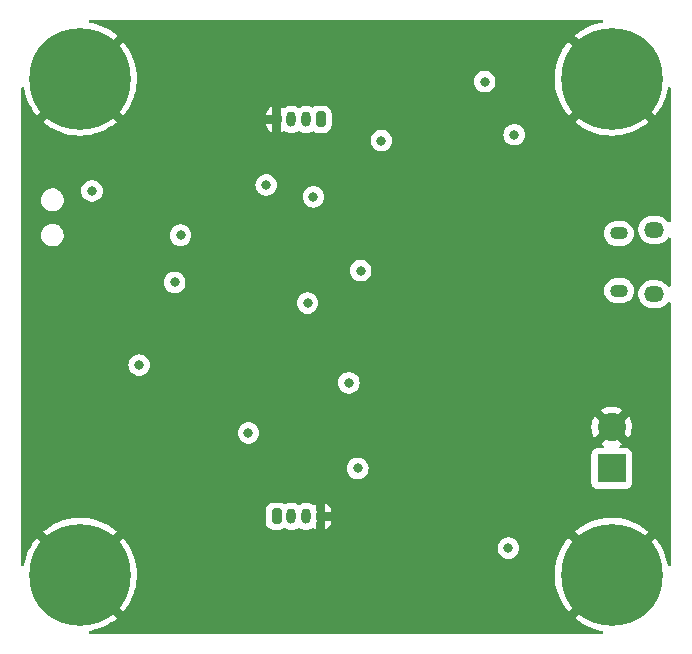
<source format=gbr>
%TF.GenerationSoftware,KiCad,Pcbnew,(6.0.7)*%
%TF.CreationDate,2022-09-22T19:59:32-07:00*%
%TF.ProjectId,STM32F4_rev2,53544d33-3246-4345-9f72-6576322e6b69,rev?*%
%TF.SameCoordinates,Original*%
%TF.FileFunction,Copper,L2,Inr*%
%TF.FilePolarity,Positive*%
%FSLAX46Y46*%
G04 Gerber Fmt 4.6, Leading zero omitted, Abs format (unit mm)*
G04 Created by KiCad (PCBNEW (6.0.7)) date 2022-09-22 19:59:32*
%MOMM*%
%LPD*%
G01*
G04 APERTURE LIST*
G04 Aperture macros list*
%AMRoundRect*
0 Rectangle with rounded corners*
0 $1 Rounding radius*
0 $2 $3 $4 $5 $6 $7 $8 $9 X,Y pos of 4 corners*
0 Add a 4 corners polygon primitive as box body*
4,1,4,$2,$3,$4,$5,$6,$7,$8,$9,$2,$3,0*
0 Add four circle primitives for the rounded corners*
1,1,$1+$1,$2,$3*
1,1,$1+$1,$4,$5*
1,1,$1+$1,$6,$7*
1,1,$1+$1,$8,$9*
0 Add four rect primitives between the rounded corners*
20,1,$1+$1,$2,$3,$4,$5,0*
20,1,$1+$1,$4,$5,$6,$7,0*
20,1,$1+$1,$6,$7,$8,$9,0*
20,1,$1+$1,$8,$9,$2,$3,0*%
G04 Aperture macros list end*
%TA.AperFunction,ComponentPad*%
%ADD10C,0.900000*%
%TD*%
%TA.AperFunction,ComponentPad*%
%ADD11C,8.600000*%
%TD*%
%TA.AperFunction,ComponentPad*%
%ADD12RoundRect,0.200000X0.200000X0.450000X-0.200000X0.450000X-0.200000X-0.450000X0.200000X-0.450000X0*%
%TD*%
%TA.AperFunction,ComponentPad*%
%ADD13O,0.800000X1.300000*%
%TD*%
%TA.AperFunction,ComponentPad*%
%ADD14O,1.700000X1.350000*%
%TD*%
%TA.AperFunction,ComponentPad*%
%ADD15O,1.500000X1.100000*%
%TD*%
%TA.AperFunction,ComponentPad*%
%ADD16RoundRect,0.200000X-0.200000X-0.450000X0.200000X-0.450000X0.200000X0.450000X-0.200000X0.450000X0*%
%TD*%
%TA.AperFunction,ComponentPad*%
%ADD17R,2.400000X2.400000*%
%TD*%
%TA.AperFunction,ComponentPad*%
%ADD18C,2.400000*%
%TD*%
%TA.AperFunction,ViaPad*%
%ADD19C,0.800000*%
%TD*%
G04 APERTURE END LIST*
D10*
%TO.N,GND*%
%TO.C,H2*%
X115250000Y-107225000D03*
X112025000Y-104000000D03*
X112969581Y-101719581D03*
X117530419Y-101719581D03*
X115250000Y-100775000D03*
X117530419Y-106280419D03*
X112969581Y-106280419D03*
X118475000Y-104000000D03*
D11*
X115250000Y-104000000D03*
%TD*%
D12*
%TO.N,+3.3V*%
%TO.C,J3*%
X90625000Y-65450000D03*
D13*
%TO.N,I2C1_SCL*%
X89375000Y-65450000D03*
%TO.N,I2C1_SDA*%
X88125000Y-65450000D03*
%TO.N,GND*%
X86875000Y-65450000D03*
%TD*%
D14*
%TO.N,unconnected-(J5-Pad6)*%
%TO.C,J5*%
X118865000Y-80255000D03*
D15*
X115865000Y-75105000D03*
D14*
X118865000Y-74795000D03*
D15*
X115865000Y-79945000D03*
%TD*%
D10*
%TO.N,GND*%
%TO.C,H3*%
X70250000Y-65225000D03*
X67969581Y-64280419D03*
D11*
X70250000Y-62000000D03*
D10*
X72530419Y-59719581D03*
X73475000Y-62000000D03*
X72530419Y-64280419D03*
X70250000Y-58775000D03*
X67969581Y-59719581D03*
X67025000Y-62000000D03*
%TD*%
D16*
%TO.N,+3.3V*%
%TO.C,J4*%
X86875000Y-99050000D03*
D13*
%TO.N,USART3_TX*%
X88125000Y-99050000D03*
%TO.N,USART3_RX*%
X89375000Y-99050000D03*
%TO.N,GND*%
X90625000Y-99050000D03*
%TD*%
D17*
%TO.N,+12V*%
%TO.C,J1*%
X115250000Y-95000000D03*
D18*
%TO.N,GND*%
X115250000Y-91500000D03*
%TD*%
D10*
%TO.N,GND*%
%TO.C,H4*%
X112969581Y-64280419D03*
X115250000Y-65225000D03*
X112969581Y-59719581D03*
X112025000Y-62000000D03*
X117530419Y-59719581D03*
D11*
X115250000Y-62000000D03*
D10*
X118475000Y-62000000D03*
X115250000Y-58775000D03*
X117530419Y-64280419D03*
%TD*%
D11*
%TO.N,GND*%
%TO.C,H1*%
X70250000Y-104000000D03*
D10*
X67969581Y-101719581D03*
X67025000Y-104000000D03*
X70250000Y-100775000D03*
X70250000Y-107225000D03*
X67969581Y-106280419D03*
X72530419Y-101719581D03*
X72530419Y-106280419D03*
X73475000Y-104000000D03*
%TD*%
D19*
%TO.N,NRST*%
X95750000Y-67250000D03*
X89500000Y-81000000D03*
%TO.N,GND*%
X101750000Y-60750000D03*
X76250000Y-61750000D03*
X76750000Y-103750000D03*
X97000000Y-78250000D03*
X94250000Y-76250000D03*
X76750000Y-89000000D03*
X77500000Y-83750000D03*
X78750000Y-83750000D03*
X82499478Y-90739668D03*
X94250000Y-89000000D03*
X93500000Y-90750000D03*
X90750000Y-96750000D03*
X100250000Y-102500000D03*
X100250000Y-99500000D03*
X105000000Y-98500000D03*
X115250000Y-98750000D03*
X111250000Y-99000000D03*
X111250000Y-95250000D03*
X101750000Y-89750000D03*
X106250000Y-88250000D03*
X110500000Y-88500000D03*
X115250000Y-88750000D03*
X108750000Y-75750000D03*
X114500000Y-76250000D03*
X110000000Y-60250000D03*
X107000000Y-62250000D03*
%TO.N,+3.3V*%
X104500000Y-62250000D03*
%TO.N,GND*%
X100500000Y-60750000D03*
X83750000Y-74250000D03*
X78500000Y-73750000D03*
X79250000Y-77250000D03*
X71250000Y-82000000D03*
X75500000Y-79750000D03*
X74000000Y-77000000D03*
X71250000Y-76000000D03*
%TO.N,+3.3V*%
X78750000Y-75250000D03*
X94000000Y-78250000D03*
X90000000Y-72000000D03*
X86000000Y-71000000D03*
X78250000Y-79250000D03*
X75250000Y-86250000D03*
X84500000Y-92000000D03*
X93000000Y-87750000D03*
X93750000Y-95000000D03*
X106500000Y-101750000D03*
X107000000Y-66750000D03*
%TO.N,GND*%
X98000000Y-60750000D03*
%TO.N,+3.3V*%
X71250000Y-71500000D03*
%TD*%
%TA.AperFunction,Conductor*%
%TO.N,GND*%
G36*
X114498272Y-57028502D02*
G01*
X114544765Y-57082158D01*
X114554869Y-57152432D01*
X114525375Y-57217012D01*
X114465649Y-57255396D01*
X114450838Y-57258790D01*
X114252128Y-57291864D01*
X114246631Y-57293032D01*
X113837547Y-57399209D01*
X113832181Y-57400861D01*
X113434153Y-57542983D01*
X113428965Y-57545100D01*
X113045133Y-57722050D01*
X113040164Y-57724614D01*
X112673581Y-57934984D01*
X112668848Y-57937987D01*
X112322420Y-58180109D01*
X112317979Y-58183517D01*
X112139445Y-58333589D01*
X112131001Y-58346306D01*
X112137108Y-58356778D01*
X118892094Y-65111764D01*
X118905855Y-65119278D01*
X118915215Y-65112820D01*
X119004244Y-65011303D01*
X119007744Y-65006935D01*
X119257073Y-64665645D01*
X119260168Y-64660987D01*
X119478160Y-64298903D01*
X119480841Y-64293964D01*
X119665779Y-63913946D01*
X119668014Y-63908780D01*
X119818442Y-63513815D01*
X119820201Y-63508496D01*
X119934920Y-63101730D01*
X119936204Y-63096259D01*
X119991670Y-62801301D01*
X120023917Y-62738050D01*
X120085241Y-62702274D01*
X120156172Y-62705332D01*
X120214189Y-62746252D01*
X120240874Y-62812043D01*
X120241500Y-62824587D01*
X120241500Y-74041436D01*
X120221498Y-74109557D01*
X120167842Y-74156050D01*
X120097568Y-74166154D01*
X120032988Y-74136660D01*
X120007216Y-74105861D01*
X120001573Y-74096376D01*
X119858158Y-73932842D01*
X119687342Y-73798181D01*
X119494846Y-73696905D01*
X119446406Y-73681864D01*
X119292639Y-73634117D01*
X119292636Y-73634116D01*
X119287118Y-73632403D01*
X119272833Y-73630712D01*
X119114197Y-73611936D01*
X119114190Y-73611936D01*
X119110510Y-73611500D01*
X118634824Y-73611500D01*
X118473400Y-73626333D01*
X118467838Y-73627902D01*
X118467836Y-73627902D01*
X118368727Y-73655854D01*
X118264055Y-73685374D01*
X118068974Y-73781577D01*
X117894691Y-73911720D01*
X117890777Y-73915954D01*
X117890775Y-73915956D01*
X117756667Y-74061034D01*
X117747044Y-74071444D01*
X117630976Y-74255401D01*
X117550376Y-74457428D01*
X117507941Y-74670761D01*
X117507865Y-74676536D01*
X117507865Y-74676540D01*
X117507108Y-74734406D01*
X117505094Y-74888254D01*
X117506073Y-74893951D01*
X117506073Y-74893952D01*
X117540865Y-75096425D01*
X117541930Y-75102625D01*
X117617214Y-75306693D01*
X117728427Y-75493624D01*
X117871842Y-75657158D01*
X117876373Y-75660730D01*
X118029221Y-75781226D01*
X118042658Y-75791819D01*
X118235154Y-75893095D01*
X118277342Y-75906195D01*
X118437361Y-75955883D01*
X118437364Y-75955884D01*
X118442882Y-75957597D01*
X118448619Y-75958276D01*
X118615803Y-75978064D01*
X118615810Y-75978064D01*
X118619490Y-75978500D01*
X119095176Y-75978500D01*
X119256600Y-75963667D01*
X119262162Y-75962098D01*
X119262164Y-75962098D01*
X119416538Y-75918560D01*
X119465945Y-75904626D01*
X119661026Y-75808423D01*
X119816667Y-75692201D01*
X119830685Y-75681733D01*
X119830686Y-75681732D01*
X119835309Y-75678280D01*
X119839225Y-75674044D01*
X119979037Y-75522796D01*
X119979039Y-75522793D01*
X119982956Y-75518556D01*
X120008938Y-75477377D01*
X120062205Y-75430438D01*
X120132392Y-75419749D01*
X120197216Y-75448704D01*
X120236096Y-75508108D01*
X120241500Y-75544612D01*
X120241500Y-79501436D01*
X120221498Y-79569557D01*
X120167842Y-79616050D01*
X120097568Y-79626154D01*
X120032988Y-79596660D01*
X120007216Y-79565861D01*
X120001573Y-79556376D01*
X119858158Y-79392842D01*
X119804105Y-79350230D01*
X119691876Y-79261755D01*
X119691874Y-79261753D01*
X119687342Y-79258181D01*
X119494846Y-79156905D01*
X119446406Y-79141864D01*
X119292639Y-79094117D01*
X119292636Y-79094116D01*
X119287118Y-79092403D01*
X119272833Y-79090712D01*
X119114197Y-79071936D01*
X119114190Y-79071936D01*
X119110510Y-79071500D01*
X118634824Y-79071500D01*
X118473400Y-79086333D01*
X118467838Y-79087902D01*
X118467836Y-79087902D01*
X118368728Y-79115853D01*
X118264055Y-79145374D01*
X118068974Y-79241577D01*
X118064348Y-79245031D01*
X118064347Y-79245032D01*
X117906904Y-79362600D01*
X117894691Y-79371720D01*
X117747044Y-79531444D01*
X117630976Y-79715401D01*
X117550376Y-79917428D01*
X117507941Y-80130761D01*
X117507865Y-80136536D01*
X117507865Y-80136540D01*
X117506438Y-80245581D01*
X117505094Y-80348254D01*
X117506073Y-80353951D01*
X117506073Y-80353952D01*
X117538819Y-80544518D01*
X117541930Y-80562625D01*
X117617214Y-80766693D01*
X117650481Y-80822609D01*
X117714463Y-80930152D01*
X117728427Y-80953624D01*
X117871842Y-81117158D01*
X117876373Y-81120730D01*
X117972114Y-81196206D01*
X118042658Y-81251819D01*
X118235154Y-81353095D01*
X118274367Y-81365271D01*
X118437361Y-81415883D01*
X118437364Y-81415884D01*
X118442882Y-81417597D01*
X118448619Y-81418276D01*
X118615803Y-81438064D01*
X118615810Y-81438064D01*
X118619490Y-81438500D01*
X119095176Y-81438500D01*
X119256600Y-81423667D01*
X119262162Y-81422098D01*
X119262164Y-81422098D01*
X119361272Y-81394147D01*
X119465945Y-81364626D01*
X119661026Y-81268423D01*
X119835309Y-81138280D01*
X119957065Y-81006565D01*
X119979037Y-80982796D01*
X119979039Y-80982793D01*
X119982956Y-80978556D01*
X120008938Y-80937377D01*
X120062205Y-80890438D01*
X120132392Y-80879749D01*
X120197216Y-80908704D01*
X120236096Y-80968108D01*
X120241500Y-81004612D01*
X120241500Y-103159527D01*
X120221498Y-103227648D01*
X120167842Y-103274141D01*
X120097568Y-103284245D01*
X120032988Y-103254751D01*
X119994604Y-103195025D01*
X119990621Y-103176300D01*
X119987155Y-103150498D01*
X119986162Y-103144976D01*
X119892883Y-102732748D01*
X119891410Y-102727361D01*
X119761847Y-102325025D01*
X119759910Y-102319815D01*
X119595098Y-101930599D01*
X119592683Y-101925536D01*
X119393936Y-101552535D01*
X119391085Y-101547713D01*
X119159974Y-101193865D01*
X119156692Y-101189297D01*
X118918554Y-100887220D01*
X118906629Y-100878749D01*
X118895095Y-100885235D01*
X112135209Y-107645121D01*
X112127595Y-107659065D01*
X112127644Y-107659755D01*
X112131209Y-107665100D01*
X112459802Y-107921363D01*
X112464359Y-107924602D01*
X112819448Y-108153880D01*
X112824250Y-108156686D01*
X113198316Y-108353491D01*
X113203374Y-108355871D01*
X113593435Y-108518638D01*
X113598690Y-108520561D01*
X114001676Y-108648008D01*
X114007075Y-108649455D01*
X114419799Y-108740576D01*
X114424390Y-108741377D01*
X114488057Y-108772794D01*
X114524631Y-108833645D01*
X114522501Y-108904610D01*
X114482342Y-108963157D01*
X114416905Y-108990699D01*
X114402724Y-108991500D01*
X71083941Y-108991500D01*
X71015820Y-108971498D01*
X70969327Y-108917842D01*
X70959223Y-108847568D01*
X70988717Y-108782988D01*
X71048443Y-108744604D01*
X71066514Y-108740711D01*
X71124305Y-108732640D01*
X71129792Y-108731623D01*
X71541543Y-108636185D01*
X71546929Y-108634681D01*
X71948567Y-108503018D01*
X71953784Y-108501046D01*
X72342126Y-108334202D01*
X72347169Y-108331764D01*
X72719131Y-108131063D01*
X72723935Y-108128188D01*
X73076563Y-107895231D01*
X73081126Y-107891916D01*
X73362173Y-107667961D01*
X73370643Y-107655904D01*
X73364216Y-107644546D01*
X69720802Y-104001132D01*
X70785528Y-104001132D01*
X70785659Y-104002965D01*
X70789910Y-104009580D01*
X73892094Y-107111764D01*
X73905855Y-107119278D01*
X73915215Y-107112820D01*
X74004244Y-107011303D01*
X74007744Y-107006935D01*
X74257073Y-106665645D01*
X74260168Y-106660987D01*
X74478160Y-106298903D01*
X74480841Y-106293964D01*
X74665779Y-105913946D01*
X74668014Y-105908780D01*
X74818442Y-105513815D01*
X74820201Y-105508496D01*
X74934920Y-105101730D01*
X74936204Y-105096259D01*
X75014315Y-104680883D01*
X75015102Y-104675346D01*
X75056035Y-104254102D01*
X75056308Y-104249665D01*
X75062788Y-104002233D01*
X75062746Y-103997762D01*
X75057360Y-103876825D01*
X110438855Y-103876825D01*
X110446600Y-104299410D01*
X110446950Y-104304976D01*
X110492231Y-104725208D01*
X110493078Y-104730746D01*
X110575535Y-105145286D01*
X110576864Y-105150698D01*
X110695852Y-105556289D01*
X110697658Y-105561564D01*
X110852219Y-105954948D01*
X110854501Y-105960072D01*
X111043416Y-106338150D01*
X111046140Y-106343043D01*
X111267917Y-106702833D01*
X111271068Y-106707469D01*
X111523955Y-107046127D01*
X111527488Y-107050444D01*
X111582371Y-107111719D01*
X111595866Y-107120082D01*
X111605277Y-107114393D01*
X114706858Y-104012812D01*
X114714472Y-103998868D01*
X114714341Y-103997035D01*
X114710090Y-103990420D01*
X111607863Y-100888193D01*
X111594555Y-100880926D01*
X111584516Y-100888048D01*
X111418223Y-101087994D01*
X111414828Y-101092467D01*
X111174528Y-101440152D01*
X111171549Y-101444902D01*
X110963106Y-101812575D01*
X110960562Y-101817568D01*
X110785629Y-102202312D01*
X110783538Y-102207511D01*
X110643498Y-102606290D01*
X110641877Y-102611659D01*
X110537840Y-103021303D01*
X110536706Y-103026776D01*
X110469496Y-103444054D01*
X110468851Y-103449632D01*
X110439002Y-103871204D01*
X110438855Y-103876825D01*
X75057360Y-103876825D01*
X75043917Y-103574973D01*
X75043419Y-103569386D01*
X74987155Y-103150499D01*
X74986162Y-103144976D01*
X74892883Y-102732748D01*
X74891410Y-102727361D01*
X74761847Y-102325025D01*
X74759910Y-102319815D01*
X74595098Y-101930599D01*
X74592683Y-101925536D01*
X74499152Y-101750000D01*
X105586496Y-101750000D01*
X105606458Y-101939928D01*
X105665473Y-102121556D01*
X105760960Y-102286944D01*
X105888747Y-102428866D01*
X106043248Y-102541118D01*
X106049276Y-102543802D01*
X106049278Y-102543803D01*
X106189627Y-102606290D01*
X106217712Y-102618794D01*
X106311113Y-102638647D01*
X106398056Y-102657128D01*
X106398061Y-102657128D01*
X106404513Y-102658500D01*
X106595487Y-102658500D01*
X106601939Y-102657128D01*
X106601944Y-102657128D01*
X106688887Y-102638647D01*
X106782288Y-102618794D01*
X106810373Y-102606290D01*
X106950722Y-102543803D01*
X106950724Y-102543802D01*
X106956752Y-102541118D01*
X107111253Y-102428866D01*
X107239040Y-102286944D01*
X107334527Y-102121556D01*
X107393542Y-101939928D01*
X107413504Y-101750000D01*
X107393542Y-101560072D01*
X107334527Y-101378444D01*
X107239040Y-101213056D01*
X107221761Y-101193865D01*
X107115675Y-101076045D01*
X107115674Y-101076044D01*
X107111253Y-101071134D01*
X106956752Y-100958882D01*
X106950724Y-100956198D01*
X106950722Y-100956197D01*
X106788319Y-100883891D01*
X106788318Y-100883891D01*
X106782288Y-100881206D01*
X106688887Y-100861353D01*
X106601944Y-100842872D01*
X106601939Y-100842872D01*
X106595487Y-100841500D01*
X106404513Y-100841500D01*
X106398061Y-100842872D01*
X106398056Y-100842872D01*
X106311113Y-100861353D01*
X106217712Y-100881206D01*
X106211682Y-100883891D01*
X106211681Y-100883891D01*
X106049278Y-100956197D01*
X106049276Y-100956198D01*
X106043248Y-100958882D01*
X105888747Y-101071134D01*
X105884326Y-101076044D01*
X105884325Y-101076045D01*
X105778240Y-101193865D01*
X105760960Y-101213056D01*
X105665473Y-101378444D01*
X105606458Y-101560072D01*
X105586496Y-101750000D01*
X74499152Y-101750000D01*
X74393936Y-101552535D01*
X74391085Y-101547713D01*
X74159974Y-101193865D01*
X74156692Y-101189297D01*
X73918554Y-100887220D01*
X73906629Y-100878749D01*
X73895095Y-100885235D01*
X70793142Y-103987188D01*
X70785528Y-104001132D01*
X69720802Y-104001132D01*
X66607863Y-100888193D01*
X66594555Y-100880926D01*
X66584516Y-100888048D01*
X66418223Y-101087994D01*
X66414828Y-101092467D01*
X66174528Y-101440152D01*
X66171549Y-101444902D01*
X65963106Y-101812575D01*
X65960562Y-101817568D01*
X65785629Y-102202312D01*
X65783538Y-102207511D01*
X65643498Y-102606290D01*
X65641877Y-102611659D01*
X65537840Y-103021303D01*
X65536706Y-103026776D01*
X65508897Y-103199433D01*
X65478317Y-103263507D01*
X65417951Y-103300876D01*
X65346964Y-103299676D01*
X65287895Y-103260289D01*
X65259497Y-103195219D01*
X65258500Y-103179397D01*
X65258500Y-100346306D01*
X67131001Y-100346306D01*
X67137108Y-100356778D01*
X70237188Y-103456858D01*
X70251132Y-103464472D01*
X70252965Y-103464341D01*
X70259580Y-103460090D01*
X73362036Y-100357634D01*
X73368222Y-100346306D01*
X112131001Y-100346306D01*
X112137108Y-100356778D01*
X115237188Y-103456858D01*
X115251132Y-103464472D01*
X115252965Y-103464341D01*
X115259580Y-103460090D01*
X118362036Y-100357634D01*
X118369599Y-100343784D01*
X118363272Y-100334562D01*
X118280922Y-100261577D01*
X118276560Y-100258045D01*
X117936600Y-100006948D01*
X117931947Y-100003821D01*
X117570995Y-99783926D01*
X117566094Y-99781232D01*
X117187027Y-99594297D01*
X117181904Y-99592048D01*
X116787707Y-99439545D01*
X116782417Y-99437765D01*
X116376218Y-99320904D01*
X116370794Y-99319602D01*
X115955822Y-99239316D01*
X115950293Y-99238500D01*
X115529828Y-99195420D01*
X115524247Y-99195098D01*
X115101635Y-99189566D01*
X115096024Y-99189742D01*
X114674593Y-99221800D01*
X114669036Y-99222472D01*
X114252128Y-99291864D01*
X114246631Y-99293032D01*
X113837547Y-99399209D01*
X113832181Y-99400861D01*
X113434153Y-99542983D01*
X113428965Y-99545100D01*
X113045133Y-99722050D01*
X113040164Y-99724614D01*
X112673581Y-99934984D01*
X112668848Y-99937987D01*
X112322420Y-100180109D01*
X112317979Y-100183517D01*
X112139445Y-100333589D01*
X112131001Y-100346306D01*
X73368222Y-100346306D01*
X73369599Y-100343784D01*
X73363272Y-100334562D01*
X73280922Y-100261577D01*
X73276560Y-100258045D01*
X72936600Y-100006948D01*
X72931947Y-100003821D01*
X72570995Y-99783926D01*
X72566094Y-99781232D01*
X72187027Y-99594297D01*
X72181904Y-99592048D01*
X71787707Y-99439545D01*
X71782417Y-99437765D01*
X71376218Y-99320904D01*
X71370794Y-99319602D01*
X70955822Y-99239316D01*
X70950293Y-99238500D01*
X70529828Y-99195420D01*
X70524247Y-99195098D01*
X70101635Y-99189566D01*
X70096024Y-99189742D01*
X69674593Y-99221800D01*
X69669036Y-99222472D01*
X69252128Y-99291864D01*
X69246631Y-99293032D01*
X68837547Y-99399209D01*
X68832181Y-99400861D01*
X68434153Y-99542983D01*
X68428965Y-99545100D01*
X68045133Y-99722050D01*
X68040164Y-99724614D01*
X67673581Y-99934984D01*
X67668848Y-99937987D01*
X67322420Y-100180109D01*
X67317979Y-100183517D01*
X67139445Y-100333589D01*
X67131001Y-100346306D01*
X65258500Y-100346306D01*
X65258500Y-98543365D01*
X85966500Y-98543365D01*
X85966501Y-99556634D01*
X85966764Y-99559492D01*
X85966764Y-99559501D01*
X85969755Y-99592048D01*
X85973247Y-99630062D01*
X85975246Y-99636440D01*
X85975246Y-99636441D01*
X85986251Y-99671556D01*
X86024528Y-99793699D01*
X86113361Y-99940381D01*
X86234619Y-100061639D01*
X86381301Y-100150472D01*
X86388548Y-100152743D01*
X86388550Y-100152744D01*
X86431198Y-100166109D01*
X86544938Y-100201753D01*
X86618365Y-100208500D01*
X86621263Y-100208500D01*
X86875665Y-100208499D01*
X87131634Y-100208499D01*
X87134492Y-100208236D01*
X87134501Y-100208236D01*
X87170004Y-100204974D01*
X87205062Y-100201753D01*
X87318802Y-100166109D01*
X87361450Y-100152744D01*
X87361452Y-100152743D01*
X87368699Y-100150472D01*
X87505018Y-100067915D01*
X87573648Y-100049736D01*
X87644350Y-100073755D01*
X87662308Y-100086802D01*
X87668248Y-100091118D01*
X87674276Y-100093802D01*
X87674278Y-100093803D01*
X87806663Y-100152744D01*
X87842712Y-100168794D01*
X87936112Y-100188647D01*
X88023056Y-100207128D01*
X88023061Y-100207128D01*
X88029513Y-100208500D01*
X88220487Y-100208500D01*
X88226939Y-100207128D01*
X88226944Y-100207128D01*
X88313888Y-100188647D01*
X88407288Y-100168794D01*
X88443337Y-100152744D01*
X88575722Y-100093803D01*
X88575724Y-100093802D01*
X88581752Y-100091118D01*
X88587693Y-100086802D01*
X88675939Y-100022687D01*
X88742807Y-99998828D01*
X88811958Y-100014909D01*
X88824061Y-100022687D01*
X88912308Y-100086802D01*
X88918248Y-100091118D01*
X88924276Y-100093802D01*
X88924278Y-100093803D01*
X89056663Y-100152744D01*
X89092712Y-100168794D01*
X89186112Y-100188647D01*
X89273056Y-100207128D01*
X89273061Y-100207128D01*
X89279513Y-100208500D01*
X89470487Y-100208500D01*
X89476939Y-100207128D01*
X89476944Y-100207128D01*
X89563888Y-100188647D01*
X89657288Y-100168794D01*
X89693337Y-100152744D01*
X89825722Y-100093803D01*
X89825724Y-100093802D01*
X89831752Y-100091118D01*
X89926366Y-100022377D01*
X89993230Y-99998520D01*
X90062382Y-100014600D01*
X90074485Y-100022378D01*
X90163157Y-100086802D01*
X90174529Y-100093368D01*
X90233450Y-100119601D01*
X90247427Y-100121475D01*
X90250000Y-100117387D01*
X90250000Y-100108855D01*
X91000000Y-100108855D01*
X91003973Y-100122386D01*
X91008753Y-100123073D01*
X91075471Y-100093368D01*
X91086843Y-100086802D01*
X91230574Y-99982376D01*
X91240337Y-99973585D01*
X91359214Y-99841558D01*
X91366938Y-99830927D01*
X91455765Y-99677074D01*
X91461111Y-99665066D01*
X91516011Y-99496102D01*
X91518741Y-99483261D01*
X91522971Y-99443015D01*
X91520291Y-99428364D01*
X91507971Y-99425000D01*
X91018115Y-99425000D01*
X91002876Y-99429475D01*
X91001671Y-99430865D01*
X91000000Y-99438548D01*
X91000000Y-100108855D01*
X90250000Y-100108855D01*
X90250000Y-99566950D01*
X90256167Y-99528014D01*
X90266502Y-99496206D01*
X90268542Y-99489928D01*
X90274025Y-99437765D01*
X90283156Y-99350880D01*
X90283500Y-99347610D01*
X90283500Y-98752390D01*
X90273462Y-98656885D01*
X91000000Y-98656885D01*
X91004475Y-98672124D01*
X91005865Y-98673329D01*
X91013548Y-98675000D01*
X91506749Y-98675000D01*
X91521041Y-98670803D01*
X91523099Y-98658202D01*
X91518741Y-98616739D01*
X91516011Y-98603898D01*
X91461111Y-98434934D01*
X91455765Y-98422926D01*
X91366938Y-98269073D01*
X91359214Y-98258442D01*
X91240337Y-98126415D01*
X91230574Y-98117624D01*
X91086843Y-98013198D01*
X91075471Y-98006632D01*
X91016550Y-97980399D01*
X91002573Y-97978525D01*
X91000000Y-97982613D01*
X91000000Y-98656885D01*
X90273462Y-98656885D01*
X90268542Y-98610072D01*
X90256167Y-98571986D01*
X90250000Y-98533050D01*
X90250000Y-97991145D01*
X90246027Y-97977614D01*
X90241247Y-97976927D01*
X90174529Y-98006632D01*
X90163157Y-98013198D01*
X90074485Y-98077622D01*
X90007617Y-98101481D01*
X89938466Y-98085400D01*
X89926380Y-98077634D01*
X89831752Y-98008882D01*
X89825724Y-98006198D01*
X89825722Y-98006197D01*
X89663319Y-97933891D01*
X89663318Y-97933891D01*
X89657288Y-97931206D01*
X89563888Y-97911353D01*
X89476944Y-97892872D01*
X89476939Y-97892872D01*
X89470487Y-97891500D01*
X89279513Y-97891500D01*
X89273061Y-97892872D01*
X89273056Y-97892872D01*
X89186112Y-97911353D01*
X89092712Y-97931206D01*
X89086682Y-97933891D01*
X89086681Y-97933891D01*
X88924278Y-98006197D01*
X88924276Y-98006198D01*
X88918248Y-98008882D01*
X88912907Y-98012762D01*
X88912906Y-98012763D01*
X88824061Y-98077313D01*
X88757193Y-98101172D01*
X88688042Y-98085091D01*
X88675939Y-98077313D01*
X88587094Y-98012763D01*
X88587093Y-98012762D01*
X88581752Y-98008882D01*
X88575724Y-98006198D01*
X88575722Y-98006197D01*
X88413319Y-97933891D01*
X88413318Y-97933891D01*
X88407288Y-97931206D01*
X88313888Y-97911353D01*
X88226944Y-97892872D01*
X88226939Y-97892872D01*
X88220487Y-97891500D01*
X88029513Y-97891500D01*
X88023061Y-97892872D01*
X88023056Y-97892872D01*
X87936112Y-97911353D01*
X87842712Y-97931206D01*
X87836682Y-97933891D01*
X87836681Y-97933891D01*
X87674278Y-98006197D01*
X87674276Y-98006198D01*
X87668248Y-98008882D01*
X87662908Y-98012762D01*
X87662906Y-98012763D01*
X87644350Y-98026245D01*
X87577482Y-98050103D01*
X87505018Y-98032085D01*
X87495375Y-98026245D01*
X87368699Y-97949528D01*
X87361452Y-97947257D01*
X87361450Y-97947256D01*
X87295164Y-97926483D01*
X87205062Y-97898247D01*
X87131635Y-97891500D01*
X87128737Y-97891500D01*
X86874335Y-97891501D01*
X86618366Y-97891501D01*
X86615508Y-97891764D01*
X86615499Y-97891764D01*
X86579996Y-97895026D01*
X86544938Y-97898247D01*
X86538560Y-97900246D01*
X86538559Y-97900246D01*
X86388550Y-97947256D01*
X86388548Y-97947257D01*
X86381301Y-97949528D01*
X86234619Y-98038361D01*
X86113361Y-98159619D01*
X86024528Y-98306301D01*
X85973247Y-98469938D01*
X85966500Y-98543365D01*
X65258500Y-98543365D01*
X65258500Y-96248134D01*
X113541500Y-96248134D01*
X113548255Y-96310316D01*
X113599385Y-96446705D01*
X113686739Y-96563261D01*
X113803295Y-96650615D01*
X113939684Y-96701745D01*
X114001866Y-96708500D01*
X116498134Y-96708500D01*
X116560316Y-96701745D01*
X116696705Y-96650615D01*
X116813261Y-96563261D01*
X116900615Y-96446705D01*
X116951745Y-96310316D01*
X116958500Y-96248134D01*
X116958500Y-93751866D01*
X116951745Y-93689684D01*
X116900615Y-93553295D01*
X116813261Y-93436739D01*
X116696705Y-93349385D01*
X116560316Y-93298255D01*
X116498134Y-93291500D01*
X116019696Y-93291500D01*
X115951575Y-93271498D01*
X115905082Y-93217842D01*
X115894978Y-93147568D01*
X115924472Y-93082988D01*
X115969958Y-93049733D01*
X116036577Y-93021111D01*
X116044847Y-93016806D01*
X116147819Y-92953085D01*
X116157233Y-92942588D01*
X116153345Y-92933675D01*
X115262812Y-92043142D01*
X115248868Y-92035528D01*
X115247035Y-92035659D01*
X115240420Y-92039910D01*
X114346773Y-92933557D01*
X114340115Y-92945750D01*
X114347146Y-92955045D01*
X114535213Y-93053992D01*
X114586186Y-93103411D01*
X114602349Y-93172544D01*
X114578570Y-93239440D01*
X114522399Y-93282860D01*
X114476546Y-93291500D01*
X114001866Y-93291500D01*
X113939684Y-93298255D01*
X113803295Y-93349385D01*
X113686739Y-93436739D01*
X113599385Y-93553295D01*
X113548255Y-93689684D01*
X113541500Y-93751866D01*
X113541500Y-96248134D01*
X65258500Y-96248134D01*
X65258500Y-95000000D01*
X92836496Y-95000000D01*
X92856458Y-95189928D01*
X92915473Y-95371556D01*
X93010960Y-95536944D01*
X93138747Y-95678866D01*
X93293248Y-95791118D01*
X93299276Y-95793802D01*
X93299278Y-95793803D01*
X93461681Y-95866109D01*
X93467712Y-95868794D01*
X93561113Y-95888647D01*
X93648056Y-95907128D01*
X93648061Y-95907128D01*
X93654513Y-95908500D01*
X93845487Y-95908500D01*
X93851939Y-95907128D01*
X93851944Y-95907128D01*
X93938887Y-95888647D01*
X94032288Y-95868794D01*
X94038319Y-95866109D01*
X94200722Y-95793803D01*
X94200724Y-95793802D01*
X94206752Y-95791118D01*
X94361253Y-95678866D01*
X94489040Y-95536944D01*
X94584527Y-95371556D01*
X94643542Y-95189928D01*
X94663504Y-95000000D01*
X94643542Y-94810072D01*
X94584527Y-94628444D01*
X94489040Y-94463056D01*
X94361253Y-94321134D01*
X94206752Y-94208882D01*
X94200724Y-94206198D01*
X94200722Y-94206197D01*
X94038319Y-94133891D01*
X94038318Y-94133891D01*
X94032288Y-94131206D01*
X93938887Y-94111353D01*
X93851944Y-94092872D01*
X93851939Y-94092872D01*
X93845487Y-94091500D01*
X93654513Y-94091500D01*
X93648061Y-94092872D01*
X93648056Y-94092872D01*
X93561113Y-94111353D01*
X93467712Y-94131206D01*
X93461682Y-94133891D01*
X93461681Y-94133891D01*
X93299278Y-94206197D01*
X93299276Y-94206198D01*
X93293248Y-94208882D01*
X93138747Y-94321134D01*
X93010960Y-94463056D01*
X92915473Y-94628444D01*
X92856458Y-94810072D01*
X92836496Y-95000000D01*
X65258500Y-95000000D01*
X65258500Y-92000000D01*
X83586496Y-92000000D01*
X83606458Y-92189928D01*
X83665473Y-92371556D01*
X83760960Y-92536944D01*
X83888747Y-92678866D01*
X84043248Y-92791118D01*
X84049276Y-92793802D01*
X84049278Y-92793803D01*
X84211681Y-92866109D01*
X84217712Y-92868794D01*
X84311112Y-92888647D01*
X84398056Y-92907128D01*
X84398061Y-92907128D01*
X84404513Y-92908500D01*
X84595487Y-92908500D01*
X84601939Y-92907128D01*
X84601944Y-92907128D01*
X84688888Y-92888647D01*
X84782288Y-92868794D01*
X84788319Y-92866109D01*
X84950722Y-92793803D01*
X84950724Y-92793802D01*
X84956752Y-92791118D01*
X85111253Y-92678866D01*
X85239040Y-92536944D01*
X85334527Y-92371556D01*
X85393542Y-92189928D01*
X85413504Y-92000000D01*
X85412814Y-91993435D01*
X85394232Y-91816635D01*
X85394232Y-91816633D01*
X85393542Y-91810072D01*
X85334527Y-91628444D01*
X85239040Y-91463056D01*
X85236140Y-91459835D01*
X113538022Y-91459835D01*
X113549754Y-91704064D01*
X113550891Y-91713324D01*
X113598593Y-91953143D01*
X113601082Y-91962118D01*
X113683708Y-92192250D01*
X113687505Y-92200778D01*
X113794755Y-92400381D01*
X113804660Y-92410420D01*
X113811892Y-92407778D01*
X114706858Y-91512812D01*
X114713236Y-91501132D01*
X115785528Y-91501132D01*
X115785659Y-91502965D01*
X115789910Y-91509580D01*
X116680715Y-92400385D01*
X116693095Y-92407145D01*
X116701436Y-92400901D01*
X116752700Y-92321202D01*
X116757147Y-92313011D01*
X116857572Y-92090076D01*
X116860767Y-92081298D01*
X116927135Y-91845973D01*
X116928993Y-91836844D01*
X116960044Y-91592770D01*
X116960525Y-91586483D01*
X116962706Y-91503160D01*
X116962555Y-91496851D01*
X116944321Y-91251486D01*
X116942944Y-91242280D01*
X116888979Y-91003786D01*
X116886255Y-90994875D01*
X116797631Y-90766978D01*
X116793620Y-90758569D01*
X116703738Y-90601309D01*
X116693574Y-90591533D01*
X116685675Y-90594655D01*
X115793142Y-91487188D01*
X115785528Y-91501132D01*
X114713236Y-91501132D01*
X114714472Y-91498868D01*
X114714341Y-91497035D01*
X114710090Y-91490420D01*
X113819104Y-90599434D01*
X113806724Y-90592674D01*
X113799203Y-90598304D01*
X113726322Y-90718409D01*
X113722084Y-90726726D01*
X113627529Y-90952214D01*
X113624572Y-90961052D01*
X113564384Y-91198042D01*
X113562763Y-91207232D01*
X113538267Y-91450510D01*
X113538022Y-91459835D01*
X85236140Y-91459835D01*
X85111253Y-91321134D01*
X84956752Y-91208882D01*
X84950724Y-91206198D01*
X84950722Y-91206197D01*
X84788319Y-91133891D01*
X84788318Y-91133891D01*
X84782288Y-91131206D01*
X84688888Y-91111353D01*
X84601944Y-91092872D01*
X84601939Y-91092872D01*
X84595487Y-91091500D01*
X84404513Y-91091500D01*
X84398061Y-91092872D01*
X84398056Y-91092872D01*
X84311112Y-91111353D01*
X84217712Y-91131206D01*
X84211682Y-91133891D01*
X84211681Y-91133891D01*
X84049278Y-91206197D01*
X84049276Y-91206198D01*
X84043248Y-91208882D01*
X83888747Y-91321134D01*
X83760960Y-91463056D01*
X83665473Y-91628444D01*
X83606458Y-91810072D01*
X83605768Y-91816633D01*
X83605768Y-91816635D01*
X83587186Y-91993435D01*
X83586496Y-92000000D01*
X65258500Y-92000000D01*
X65258500Y-90057153D01*
X114342687Y-90057153D01*
X114347260Y-90066930D01*
X115237188Y-90956858D01*
X115251132Y-90964472D01*
X115252965Y-90964341D01*
X115259580Y-90960090D01*
X116151456Y-90068214D01*
X116157840Y-90056524D01*
X116148428Y-90044414D01*
X116123144Y-90026873D01*
X116115116Y-90022145D01*
X115895810Y-89913995D01*
X115887177Y-89910507D01*
X115654288Y-89835958D01*
X115645238Y-89833785D01*
X115403891Y-89794480D01*
X115394602Y-89793668D01*
X115150114Y-89790467D01*
X115140803Y-89791037D01*
X114898522Y-89824010D01*
X114889403Y-89825948D01*
X114654668Y-89894367D01*
X114645915Y-89897639D01*
X114423871Y-90000002D01*
X114415708Y-90004528D01*
X114351824Y-90046411D01*
X114342687Y-90057153D01*
X65258500Y-90057153D01*
X65258500Y-87750000D01*
X92086496Y-87750000D01*
X92106458Y-87939928D01*
X92165473Y-88121556D01*
X92260960Y-88286944D01*
X92388747Y-88428866D01*
X92543248Y-88541118D01*
X92549276Y-88543802D01*
X92549278Y-88543803D01*
X92711681Y-88616109D01*
X92717712Y-88618794D01*
X92811113Y-88638647D01*
X92898056Y-88657128D01*
X92898061Y-88657128D01*
X92904513Y-88658500D01*
X93095487Y-88658500D01*
X93101939Y-88657128D01*
X93101944Y-88657128D01*
X93188887Y-88638647D01*
X93282288Y-88618794D01*
X93288319Y-88616109D01*
X93450722Y-88543803D01*
X93450724Y-88543802D01*
X93456752Y-88541118D01*
X93611253Y-88428866D01*
X93739040Y-88286944D01*
X93834527Y-88121556D01*
X93893542Y-87939928D01*
X93913504Y-87750000D01*
X93893542Y-87560072D01*
X93834527Y-87378444D01*
X93739040Y-87213056D01*
X93611253Y-87071134D01*
X93456752Y-86958882D01*
X93450724Y-86956198D01*
X93450722Y-86956197D01*
X93288319Y-86883891D01*
X93288318Y-86883891D01*
X93282288Y-86881206D01*
X93188887Y-86861353D01*
X93101944Y-86842872D01*
X93101939Y-86842872D01*
X93095487Y-86841500D01*
X92904513Y-86841500D01*
X92898061Y-86842872D01*
X92898056Y-86842872D01*
X92811113Y-86861353D01*
X92717712Y-86881206D01*
X92711682Y-86883891D01*
X92711681Y-86883891D01*
X92549278Y-86956197D01*
X92549276Y-86956198D01*
X92543248Y-86958882D01*
X92388747Y-87071134D01*
X92260960Y-87213056D01*
X92165473Y-87378444D01*
X92106458Y-87560072D01*
X92086496Y-87750000D01*
X65258500Y-87750000D01*
X65258500Y-86250000D01*
X74336496Y-86250000D01*
X74356458Y-86439928D01*
X74415473Y-86621556D01*
X74510960Y-86786944D01*
X74638747Y-86928866D01*
X74793248Y-87041118D01*
X74799276Y-87043802D01*
X74799278Y-87043803D01*
X74961681Y-87116109D01*
X74967712Y-87118794D01*
X75061112Y-87138647D01*
X75148056Y-87157128D01*
X75148061Y-87157128D01*
X75154513Y-87158500D01*
X75345487Y-87158500D01*
X75351939Y-87157128D01*
X75351944Y-87157128D01*
X75438888Y-87138647D01*
X75532288Y-87118794D01*
X75538319Y-87116109D01*
X75700722Y-87043803D01*
X75700724Y-87043802D01*
X75706752Y-87041118D01*
X75861253Y-86928866D01*
X75989040Y-86786944D01*
X76084527Y-86621556D01*
X76143542Y-86439928D01*
X76163504Y-86250000D01*
X76143542Y-86060072D01*
X76084527Y-85878444D01*
X75989040Y-85713056D01*
X75861253Y-85571134D01*
X75706752Y-85458882D01*
X75700724Y-85456198D01*
X75700722Y-85456197D01*
X75538319Y-85383891D01*
X75538318Y-85383891D01*
X75532288Y-85381206D01*
X75438887Y-85361353D01*
X75351944Y-85342872D01*
X75351939Y-85342872D01*
X75345487Y-85341500D01*
X75154513Y-85341500D01*
X75148061Y-85342872D01*
X75148056Y-85342872D01*
X75061113Y-85361353D01*
X74967712Y-85381206D01*
X74961682Y-85383891D01*
X74961681Y-85383891D01*
X74799278Y-85456197D01*
X74799276Y-85456198D01*
X74793248Y-85458882D01*
X74638747Y-85571134D01*
X74510960Y-85713056D01*
X74415473Y-85878444D01*
X74356458Y-86060072D01*
X74336496Y-86250000D01*
X65258500Y-86250000D01*
X65258500Y-81000000D01*
X88586496Y-81000000D01*
X88587186Y-81006565D01*
X88601393Y-81141733D01*
X88606458Y-81189928D01*
X88665473Y-81371556D01*
X88760960Y-81536944D01*
X88888747Y-81678866D01*
X89043248Y-81791118D01*
X89049276Y-81793802D01*
X89049278Y-81793803D01*
X89211681Y-81866109D01*
X89217712Y-81868794D01*
X89311113Y-81888647D01*
X89398056Y-81907128D01*
X89398061Y-81907128D01*
X89404513Y-81908500D01*
X89595487Y-81908500D01*
X89601939Y-81907128D01*
X89601944Y-81907128D01*
X89688887Y-81888647D01*
X89782288Y-81868794D01*
X89788319Y-81866109D01*
X89950722Y-81793803D01*
X89950724Y-81793802D01*
X89956752Y-81791118D01*
X90111253Y-81678866D01*
X90239040Y-81536944D01*
X90334527Y-81371556D01*
X90393542Y-81189928D01*
X90398608Y-81141733D01*
X90412814Y-81006565D01*
X90413504Y-81000000D01*
X90412094Y-80986584D01*
X90394232Y-80816635D01*
X90394232Y-80816633D01*
X90393542Y-80810072D01*
X90334527Y-80628444D01*
X90239040Y-80463056D01*
X90140803Y-80353952D01*
X90115675Y-80326045D01*
X90115674Y-80326044D01*
X90111253Y-80321134D01*
X89956752Y-80208882D01*
X89950724Y-80206198D01*
X89950722Y-80206197D01*
X89788319Y-80133891D01*
X89788318Y-80133891D01*
X89782288Y-80131206D01*
X89688888Y-80111353D01*
X89601944Y-80092872D01*
X89601939Y-80092872D01*
X89595487Y-80091500D01*
X89404513Y-80091500D01*
X89398061Y-80092872D01*
X89398056Y-80092872D01*
X89311112Y-80111353D01*
X89217712Y-80131206D01*
X89211682Y-80133891D01*
X89211681Y-80133891D01*
X89049278Y-80206197D01*
X89049276Y-80206198D01*
X89043248Y-80208882D01*
X88888747Y-80321134D01*
X88884326Y-80326044D01*
X88884325Y-80326045D01*
X88859198Y-80353952D01*
X88760960Y-80463056D01*
X88665473Y-80628444D01*
X88606458Y-80810072D01*
X88605768Y-80816633D01*
X88605768Y-80816635D01*
X88587906Y-80986584D01*
X88586496Y-81000000D01*
X65258500Y-81000000D01*
X65258500Y-79250000D01*
X77336496Y-79250000D01*
X77337186Y-79256565D01*
X77348331Y-79362600D01*
X77356458Y-79439928D01*
X77415473Y-79621556D01*
X77510960Y-79786944D01*
X77638747Y-79928866D01*
X77793248Y-80041118D01*
X77799276Y-80043802D01*
X77799278Y-80043803D01*
X77906408Y-80091500D01*
X77967712Y-80118794D01*
X78051200Y-80136540D01*
X78148056Y-80157128D01*
X78148061Y-80157128D01*
X78154513Y-80158500D01*
X78345487Y-80158500D01*
X78351939Y-80157128D01*
X78351944Y-80157128D01*
X78448800Y-80136540D01*
X78532288Y-80118794D01*
X78593592Y-80091500D01*
X78700722Y-80043803D01*
X78700724Y-80043802D01*
X78706752Y-80041118D01*
X78849266Y-79937575D01*
X114601404Y-79937575D01*
X114603313Y-79958554D01*
X114619512Y-80136540D01*
X114620218Y-80144303D01*
X114621956Y-80150209D01*
X114621957Y-80150213D01*
X114640367Y-80212763D01*
X114678827Y-80343440D01*
X114774999Y-80527400D01*
X114905071Y-80689177D01*
X114909788Y-80693135D01*
X114909790Y-80693137D01*
X114990993Y-80761274D01*
X115064089Y-80822609D01*
X115069481Y-80825573D01*
X115069485Y-80825576D01*
X115187469Y-80890438D01*
X115245995Y-80922613D01*
X115443861Y-80985379D01*
X115449978Y-80986065D01*
X115449982Y-80986066D01*
X115526598Y-80994659D01*
X115605413Y-81003500D01*
X116117237Y-81003500D01*
X116120293Y-81003200D01*
X116120300Y-81003200D01*
X116265466Y-80988966D01*
X116265469Y-80988965D01*
X116271592Y-80988365D01*
X116403546Y-80948526D01*
X116464407Y-80930152D01*
X116464410Y-80930151D01*
X116470315Y-80928368D01*
X116477635Y-80924476D01*
X116648153Y-80833809D01*
X116648155Y-80833808D01*
X116653599Y-80830913D01*
X116713471Y-80782083D01*
X116809689Y-80703610D01*
X116809692Y-80703607D01*
X116814464Y-80699715D01*
X116868226Y-80634729D01*
X116942855Y-80544518D01*
X116946783Y-80539770D01*
X116950876Y-80532201D01*
X117042584Y-80362590D01*
X117042586Y-80362585D01*
X117045514Y-80357170D01*
X117106898Y-80158871D01*
X117108429Y-80144303D01*
X117127952Y-79958554D01*
X117127952Y-79958552D01*
X117128596Y-79952425D01*
X117120777Y-79866515D01*
X117110341Y-79751836D01*
X117110340Y-79751833D01*
X117109782Y-79745697D01*
X117107298Y-79737255D01*
X117052912Y-79552469D01*
X117051173Y-79546560D01*
X116955001Y-79362600D01*
X116824929Y-79200823D01*
X116812371Y-79190285D01*
X116687855Y-79085804D01*
X116665911Y-79067391D01*
X116660519Y-79064427D01*
X116660515Y-79064424D01*
X116489402Y-78970354D01*
X116484005Y-78967387D01*
X116286139Y-78904621D01*
X116280022Y-78903935D01*
X116280018Y-78903934D01*
X116203402Y-78895341D01*
X116124587Y-78886500D01*
X115612763Y-78886500D01*
X115609707Y-78886800D01*
X115609700Y-78886800D01*
X115464534Y-78901034D01*
X115464531Y-78901035D01*
X115458408Y-78901635D01*
X115355352Y-78932749D01*
X115265593Y-78959848D01*
X115265590Y-78959849D01*
X115259685Y-78961632D01*
X115254240Y-78964527D01*
X115254238Y-78964528D01*
X115081847Y-79056191D01*
X115081845Y-79056192D01*
X115076401Y-79059087D01*
X115033450Y-79094117D01*
X114920311Y-79186390D01*
X114920308Y-79186393D01*
X114915536Y-79190285D01*
X114783217Y-79350230D01*
X114780288Y-79355647D01*
X114780286Y-79355650D01*
X114687416Y-79527410D01*
X114687414Y-79527415D01*
X114684486Y-79532830D01*
X114623102Y-79731129D01*
X114622458Y-79737254D01*
X114622458Y-79737255D01*
X114603522Y-79917428D01*
X114601404Y-79937575D01*
X78849266Y-79937575D01*
X78861253Y-79928866D01*
X78989040Y-79786944D01*
X79084527Y-79621556D01*
X79143542Y-79439928D01*
X79151670Y-79362600D01*
X79162814Y-79256565D01*
X79163504Y-79250000D01*
X79153743Y-79157128D01*
X79144232Y-79066635D01*
X79144232Y-79066633D01*
X79143542Y-79060072D01*
X79084527Y-78878444D01*
X78989040Y-78713056D01*
X78861253Y-78571134D01*
X78706752Y-78458882D01*
X78700724Y-78456198D01*
X78700722Y-78456197D01*
X78538319Y-78383891D01*
X78538318Y-78383891D01*
X78532288Y-78381206D01*
X78438888Y-78361353D01*
X78351944Y-78342872D01*
X78351939Y-78342872D01*
X78345487Y-78341500D01*
X78154513Y-78341500D01*
X78148061Y-78342872D01*
X78148056Y-78342872D01*
X78061112Y-78361353D01*
X77967712Y-78381206D01*
X77961682Y-78383891D01*
X77961681Y-78383891D01*
X77799278Y-78456197D01*
X77799276Y-78456198D01*
X77793248Y-78458882D01*
X77638747Y-78571134D01*
X77510960Y-78713056D01*
X77415473Y-78878444D01*
X77356458Y-79060072D01*
X77355768Y-79066633D01*
X77355768Y-79066635D01*
X77346257Y-79157128D01*
X77336496Y-79250000D01*
X65258500Y-79250000D01*
X65258500Y-78250000D01*
X93086496Y-78250000D01*
X93106458Y-78439928D01*
X93165473Y-78621556D01*
X93260960Y-78786944D01*
X93265378Y-78791851D01*
X93265379Y-78791852D01*
X93350871Y-78886800D01*
X93388747Y-78928866D01*
X93543248Y-79041118D01*
X93549276Y-79043802D01*
X93549278Y-79043803D01*
X93662286Y-79094117D01*
X93717712Y-79118794D01*
X93811113Y-79138647D01*
X93898056Y-79157128D01*
X93898061Y-79157128D01*
X93904513Y-79158500D01*
X94095487Y-79158500D01*
X94101939Y-79157128D01*
X94101944Y-79157128D01*
X94188887Y-79138647D01*
X94282288Y-79118794D01*
X94337714Y-79094117D01*
X94450722Y-79043803D01*
X94450724Y-79043802D01*
X94456752Y-79041118D01*
X94611253Y-78928866D01*
X94649129Y-78886800D01*
X94734621Y-78791852D01*
X94734622Y-78791851D01*
X94739040Y-78786944D01*
X94834527Y-78621556D01*
X94893542Y-78439928D01*
X94913504Y-78250000D01*
X94893542Y-78060072D01*
X94834527Y-77878444D01*
X94739040Y-77713056D01*
X94611253Y-77571134D01*
X94456752Y-77458882D01*
X94450724Y-77456198D01*
X94450722Y-77456197D01*
X94288319Y-77383891D01*
X94288318Y-77383891D01*
X94282288Y-77381206D01*
X94188887Y-77361353D01*
X94101944Y-77342872D01*
X94101939Y-77342872D01*
X94095487Y-77341500D01*
X93904513Y-77341500D01*
X93898061Y-77342872D01*
X93898056Y-77342872D01*
X93811113Y-77361353D01*
X93717712Y-77381206D01*
X93711682Y-77383891D01*
X93711681Y-77383891D01*
X93549278Y-77456197D01*
X93549276Y-77456198D01*
X93543248Y-77458882D01*
X93388747Y-77571134D01*
X93260960Y-77713056D01*
X93165473Y-77878444D01*
X93106458Y-78060072D01*
X93086496Y-78250000D01*
X65258500Y-78250000D01*
X65258500Y-75297064D01*
X66932707Y-75297064D01*
X66961825Y-75489599D01*
X66964028Y-75495585D01*
X66964029Y-75495591D01*
X67026860Y-75666360D01*
X67026862Y-75666365D01*
X67029063Y-75672346D01*
X67032425Y-75677768D01*
X67113435Y-75808423D01*
X67131674Y-75837840D01*
X67136055Y-75842473D01*
X67136056Y-75842474D01*
X67147869Y-75854966D01*
X67265466Y-75979322D01*
X67270696Y-75982984D01*
X67270697Y-75982985D01*
X67347808Y-76036978D01*
X67424975Y-76091011D01*
X67430838Y-76093548D01*
X67597825Y-76165810D01*
X67597829Y-76165811D01*
X67603684Y-76168345D01*
X67609931Y-76169650D01*
X67609934Y-76169651D01*
X67789557Y-76207176D01*
X67789562Y-76207177D01*
X67794293Y-76208165D01*
X67800685Y-76208500D01*
X67943663Y-76208500D01*
X68012951Y-76201462D01*
X68082378Y-76194410D01*
X68082379Y-76194410D01*
X68088727Y-76193765D01*
X68169843Y-76168345D01*
X68268451Y-76137444D01*
X68268456Y-76137442D01*
X68274541Y-76135535D01*
X68375366Y-76079646D01*
X68439271Y-76044223D01*
X68439274Y-76044221D01*
X68444850Y-76041130D01*
X68449691Y-76036981D01*
X68449695Y-76036978D01*
X68587855Y-75918560D01*
X68592698Y-75914409D01*
X68599070Y-75906195D01*
X68708131Y-75765594D01*
X68712046Y-75760547D01*
X68745677Y-75692201D01*
X68795200Y-75591556D01*
X68798018Y-75585829D01*
X68814491Y-75522590D01*
X68845492Y-75403575D01*
X68845492Y-75403572D01*
X68847102Y-75397393D01*
X68852694Y-75290683D01*
X68854827Y-75250000D01*
X77836496Y-75250000D01*
X77837186Y-75256565D01*
X77855461Y-75430438D01*
X77856458Y-75439928D01*
X77915473Y-75621556D01*
X78010960Y-75786944D01*
X78138747Y-75928866D01*
X78293248Y-76041118D01*
X78299276Y-76043802D01*
X78299278Y-76043803D01*
X78405310Y-76091011D01*
X78467712Y-76118794D01*
X78546472Y-76135535D01*
X78648056Y-76157128D01*
X78648061Y-76157128D01*
X78654513Y-76158500D01*
X78845487Y-76158500D01*
X78851939Y-76157128D01*
X78851944Y-76157128D01*
X78953528Y-76135535D01*
X79032288Y-76118794D01*
X79094690Y-76091011D01*
X79200722Y-76043803D01*
X79200724Y-76043802D01*
X79206752Y-76041118D01*
X79361253Y-75928866D01*
X79489040Y-75786944D01*
X79584527Y-75621556D01*
X79643542Y-75439928D01*
X79644540Y-75430438D01*
X79662814Y-75256565D01*
X79663504Y-75250000D01*
X79649689Y-75118554D01*
X79647484Y-75097575D01*
X114601404Y-75097575D01*
X114620218Y-75304303D01*
X114621956Y-75310209D01*
X114621957Y-75310213D01*
X114645738Y-75391014D01*
X114678827Y-75503440D01*
X114774999Y-75687400D01*
X114905071Y-75849177D01*
X114909788Y-75853135D01*
X114909790Y-75853137D01*
X114973022Y-75906195D01*
X115064089Y-75982609D01*
X115069481Y-75985573D01*
X115069485Y-75985576D01*
X115170516Y-76041118D01*
X115245995Y-76082613D01*
X115443861Y-76145379D01*
X115449978Y-76146065D01*
X115449982Y-76146066D01*
X115526598Y-76154659D01*
X115605413Y-76163500D01*
X116117237Y-76163500D01*
X116120293Y-76163200D01*
X116120300Y-76163200D01*
X116265466Y-76148966D01*
X116265469Y-76148965D01*
X116271592Y-76148365D01*
X116403546Y-76108526D01*
X116464407Y-76090152D01*
X116464410Y-76090151D01*
X116470315Y-76088368D01*
X116477635Y-76084476D01*
X116648153Y-75993809D01*
X116648155Y-75993808D01*
X116653599Y-75990913D01*
X116742313Y-75918560D01*
X116809689Y-75863610D01*
X116809692Y-75863607D01*
X116814464Y-75859715D01*
X116946783Y-75699770D01*
X116950876Y-75692201D01*
X117042584Y-75522590D01*
X117042586Y-75522585D01*
X117045514Y-75517170D01*
X117106898Y-75318871D01*
X117108526Y-75303382D01*
X117127952Y-75118554D01*
X117127952Y-75118552D01*
X117128596Y-75112425D01*
X117111116Y-74920351D01*
X117110341Y-74911836D01*
X117110340Y-74911833D01*
X117109782Y-74905697D01*
X117107298Y-74897255D01*
X117052912Y-74712469D01*
X117051173Y-74706560D01*
X116955001Y-74522600D01*
X116824929Y-74360823D01*
X116812371Y-74350285D01*
X116670629Y-74231350D01*
X116665911Y-74227391D01*
X116660519Y-74224427D01*
X116660515Y-74224424D01*
X116489402Y-74130354D01*
X116484005Y-74127387D01*
X116286139Y-74064621D01*
X116280022Y-74063935D01*
X116280018Y-74063934D01*
X116203402Y-74055341D01*
X116124587Y-74046500D01*
X115612763Y-74046500D01*
X115609707Y-74046800D01*
X115609700Y-74046800D01*
X115464534Y-74061034D01*
X115464531Y-74061035D01*
X115458408Y-74061635D01*
X115326893Y-74101341D01*
X115265593Y-74119848D01*
X115265590Y-74119849D01*
X115259685Y-74121632D01*
X115254240Y-74124527D01*
X115254238Y-74124528D01*
X115081847Y-74216191D01*
X115081845Y-74216192D01*
X115076401Y-74219087D01*
X115061365Y-74231350D01*
X114920311Y-74346390D01*
X114920308Y-74346393D01*
X114915536Y-74350285D01*
X114783217Y-74510230D01*
X114780288Y-74515647D01*
X114780286Y-74515650D01*
X114687416Y-74687410D01*
X114687414Y-74687415D01*
X114684486Y-74692830D01*
X114623102Y-74891129D01*
X114622458Y-74897254D01*
X114622458Y-74897255D01*
X114605346Y-75060072D01*
X114601404Y-75097575D01*
X79647484Y-75097575D01*
X79644232Y-75066635D01*
X79644232Y-75066633D01*
X79643542Y-75060072D01*
X79584527Y-74878444D01*
X79489040Y-74713056D01*
X79478857Y-74701746D01*
X79365675Y-74576045D01*
X79365674Y-74576044D01*
X79361253Y-74571134D01*
X79206752Y-74458882D01*
X79200724Y-74456198D01*
X79200722Y-74456197D01*
X79038319Y-74383891D01*
X79038318Y-74383891D01*
X79032288Y-74381206D01*
X78917764Y-74356863D01*
X78851944Y-74342872D01*
X78851939Y-74342872D01*
X78845487Y-74341500D01*
X78654513Y-74341500D01*
X78648061Y-74342872D01*
X78648056Y-74342872D01*
X78582236Y-74356863D01*
X78467712Y-74381206D01*
X78461682Y-74383891D01*
X78461681Y-74383891D01*
X78299278Y-74456197D01*
X78299276Y-74456198D01*
X78293248Y-74458882D01*
X78138747Y-74571134D01*
X78134326Y-74576044D01*
X78134325Y-74576045D01*
X78021144Y-74701746D01*
X78010960Y-74713056D01*
X77915473Y-74878444D01*
X77856458Y-75060072D01*
X77855768Y-75066633D01*
X77855768Y-75066635D01*
X77850311Y-75118554D01*
X77836496Y-75250000D01*
X68854827Y-75250000D01*
X68856959Y-75209317D01*
X68856959Y-75209313D01*
X68857293Y-75202936D01*
X68828175Y-75010401D01*
X68825972Y-75004415D01*
X68825971Y-75004409D01*
X68763140Y-74833640D01*
X68763138Y-74833635D01*
X68760937Y-74827654D01*
X68685855Y-74706560D01*
X68661688Y-74667582D01*
X68661687Y-74667581D01*
X68658326Y-74662160D01*
X68524534Y-74520678D01*
X68517354Y-74515650D01*
X68370259Y-74412654D01*
X68365025Y-74408989D01*
X68297652Y-74379834D01*
X68192175Y-74334190D01*
X68192171Y-74334189D01*
X68186316Y-74331655D01*
X68180069Y-74330350D01*
X68180066Y-74330349D01*
X68000443Y-74292824D01*
X68000438Y-74292823D01*
X67995707Y-74291835D01*
X67989315Y-74291500D01*
X67846337Y-74291500D01*
X67777049Y-74298538D01*
X67707622Y-74305590D01*
X67707621Y-74305590D01*
X67701273Y-74306235D01*
X67644939Y-74323889D01*
X67521549Y-74362556D01*
X67521544Y-74362558D01*
X67515459Y-74364465D01*
X67439713Y-74406452D01*
X67350729Y-74455777D01*
X67350726Y-74455779D01*
X67345150Y-74458870D01*
X67340309Y-74463019D01*
X67340305Y-74463022D01*
X67202145Y-74581440D01*
X67197302Y-74585591D01*
X67077954Y-74739453D01*
X67075138Y-74745176D01*
X67075136Y-74745179D01*
X67031608Y-74833640D01*
X66991982Y-74914171D01*
X66990373Y-74920349D01*
X66990372Y-74920351D01*
X66953978Y-75060072D01*
X66942898Y-75102607D01*
X66941328Y-75132572D01*
X66935174Y-75250000D01*
X66932707Y-75297064D01*
X65258500Y-75297064D01*
X65258500Y-72297064D01*
X66932707Y-72297064D01*
X66961825Y-72489599D01*
X66964028Y-72495585D01*
X66964029Y-72495591D01*
X67026860Y-72666360D01*
X67026862Y-72666365D01*
X67029063Y-72672346D01*
X67131674Y-72837840D01*
X67136055Y-72842473D01*
X67136056Y-72842474D01*
X67162243Y-72870166D01*
X67265466Y-72979322D01*
X67424975Y-73091011D01*
X67430838Y-73093548D01*
X67597825Y-73165810D01*
X67597829Y-73165811D01*
X67603684Y-73168345D01*
X67609931Y-73169650D01*
X67609934Y-73169651D01*
X67789557Y-73207176D01*
X67789562Y-73207177D01*
X67794293Y-73208165D01*
X67800685Y-73208500D01*
X67943663Y-73208500D01*
X68012951Y-73201462D01*
X68082378Y-73194410D01*
X68082379Y-73194410D01*
X68088727Y-73193765D01*
X68169843Y-73168345D01*
X68268451Y-73137444D01*
X68268456Y-73137442D01*
X68274541Y-73135535D01*
X68361475Y-73087346D01*
X68439271Y-73044223D01*
X68439274Y-73044221D01*
X68444850Y-73041130D01*
X68449691Y-73036981D01*
X68449695Y-73036978D01*
X68587855Y-72918560D01*
X68592698Y-72914409D01*
X68630164Y-72866109D01*
X68708131Y-72765594D01*
X68712046Y-72760547D01*
X68750328Y-72682749D01*
X68795200Y-72591556D01*
X68798018Y-72585829D01*
X68812241Y-72531226D01*
X68845492Y-72403575D01*
X68845492Y-72403572D01*
X68847102Y-72397393D01*
X68857293Y-72202936D01*
X68833799Y-72047587D01*
X68829130Y-72016715D01*
X68829130Y-72016714D01*
X68828175Y-72010401D01*
X68825972Y-72004415D01*
X68825971Y-72004409D01*
X68763140Y-71833640D01*
X68763138Y-71833635D01*
X68760937Y-71827654D01*
X68703121Y-71734406D01*
X68661688Y-71667582D01*
X68661687Y-71667581D01*
X68658326Y-71662160D01*
X68524534Y-71520678D01*
X68504379Y-71506565D01*
X68495003Y-71500000D01*
X70336496Y-71500000D01*
X70337186Y-71506565D01*
X70353540Y-71662160D01*
X70356458Y-71689928D01*
X70415473Y-71871556D01*
X70418776Y-71877278D01*
X70418777Y-71877279D01*
X70436770Y-71908444D01*
X70510960Y-72036944D01*
X70638747Y-72178866D01*
X70793248Y-72291118D01*
X70799276Y-72293802D01*
X70799278Y-72293803D01*
X70959799Y-72365271D01*
X70967712Y-72368794D01*
X71061113Y-72388647D01*
X71148056Y-72407128D01*
X71148061Y-72407128D01*
X71154513Y-72408500D01*
X71345487Y-72408500D01*
X71351939Y-72407128D01*
X71351944Y-72407128D01*
X71438887Y-72388647D01*
X71532288Y-72368794D01*
X71540201Y-72365271D01*
X71700722Y-72293803D01*
X71700724Y-72293802D01*
X71706752Y-72291118D01*
X71861253Y-72178866D01*
X71989040Y-72036944D01*
X72010370Y-72000000D01*
X89086496Y-72000000D01*
X89087186Y-72006565D01*
X89096631Y-72096425D01*
X89106458Y-72189928D01*
X89165473Y-72371556D01*
X89168776Y-72377278D01*
X89168777Y-72377279D01*
X89186803Y-72408500D01*
X89260960Y-72536944D01*
X89265378Y-72541851D01*
X89265379Y-72541852D01*
X89382876Y-72672346D01*
X89388747Y-72678866D01*
X89543248Y-72791118D01*
X89549276Y-72793802D01*
X89549278Y-72793803D01*
X89658596Y-72842474D01*
X89717712Y-72868794D01*
X89811113Y-72888647D01*
X89898056Y-72907128D01*
X89898061Y-72907128D01*
X89904513Y-72908500D01*
X90095487Y-72908500D01*
X90101939Y-72907128D01*
X90101944Y-72907128D01*
X90188887Y-72888647D01*
X90282288Y-72868794D01*
X90341404Y-72842474D01*
X90450722Y-72793803D01*
X90450724Y-72793802D01*
X90456752Y-72791118D01*
X90611253Y-72678866D01*
X90617124Y-72672346D01*
X90734621Y-72541852D01*
X90734622Y-72541851D01*
X90739040Y-72536944D01*
X90813197Y-72408500D01*
X90831223Y-72377279D01*
X90831224Y-72377278D01*
X90834527Y-72371556D01*
X90893542Y-72189928D01*
X90903370Y-72096425D01*
X90912814Y-72006565D01*
X90913504Y-72000000D01*
X90893542Y-71810072D01*
X90834527Y-71628444D01*
X90739040Y-71463056D01*
X90650269Y-71364465D01*
X90615675Y-71326045D01*
X90615674Y-71326044D01*
X90611253Y-71321134D01*
X90456752Y-71208882D01*
X90450724Y-71206198D01*
X90450722Y-71206197D01*
X90288319Y-71133891D01*
X90288318Y-71133891D01*
X90282288Y-71131206D01*
X90188887Y-71111353D01*
X90101944Y-71092872D01*
X90101939Y-71092872D01*
X90095487Y-71091500D01*
X89904513Y-71091500D01*
X89898061Y-71092872D01*
X89898056Y-71092872D01*
X89811113Y-71111353D01*
X89717712Y-71131206D01*
X89711682Y-71133891D01*
X89711681Y-71133891D01*
X89549278Y-71206197D01*
X89549276Y-71206198D01*
X89543248Y-71208882D01*
X89388747Y-71321134D01*
X89384326Y-71326044D01*
X89384325Y-71326045D01*
X89349732Y-71364465D01*
X89260960Y-71463056D01*
X89165473Y-71628444D01*
X89106458Y-71810072D01*
X89086496Y-72000000D01*
X72010370Y-72000000D01*
X72063230Y-71908444D01*
X72081223Y-71877279D01*
X72081224Y-71877278D01*
X72084527Y-71871556D01*
X72143542Y-71689928D01*
X72146461Y-71662160D01*
X72162814Y-71506565D01*
X72163504Y-71500000D01*
X72154324Y-71412654D01*
X72144232Y-71316635D01*
X72144232Y-71316633D01*
X72143542Y-71310072D01*
X72084527Y-71128444D01*
X72063990Y-71092872D01*
X72014160Y-71006565D01*
X72010370Y-71000000D01*
X85086496Y-71000000D01*
X85106458Y-71189928D01*
X85165473Y-71371556D01*
X85260960Y-71536944D01*
X85265378Y-71541851D01*
X85265379Y-71541852D01*
X85338194Y-71622721D01*
X85388747Y-71678866D01*
X85543248Y-71791118D01*
X85549276Y-71793802D01*
X85549278Y-71793803D01*
X85638754Y-71833640D01*
X85717712Y-71868794D01*
X85811112Y-71888647D01*
X85898056Y-71907128D01*
X85898061Y-71907128D01*
X85904513Y-71908500D01*
X86095487Y-71908500D01*
X86101939Y-71907128D01*
X86101944Y-71907128D01*
X86188888Y-71888647D01*
X86282288Y-71868794D01*
X86361246Y-71833640D01*
X86450722Y-71793803D01*
X86450724Y-71793802D01*
X86456752Y-71791118D01*
X86611253Y-71678866D01*
X86661806Y-71622721D01*
X86734621Y-71541852D01*
X86734622Y-71541851D01*
X86739040Y-71536944D01*
X86834527Y-71371556D01*
X86893542Y-71189928D01*
X86913504Y-71000000D01*
X86893542Y-70810072D01*
X86834527Y-70628444D01*
X86813990Y-70592872D01*
X86742341Y-70468774D01*
X86739040Y-70463056D01*
X86611253Y-70321134D01*
X86456752Y-70208882D01*
X86450724Y-70206198D01*
X86450722Y-70206197D01*
X86288319Y-70133891D01*
X86288318Y-70133891D01*
X86282288Y-70131206D01*
X86188888Y-70111353D01*
X86101944Y-70092872D01*
X86101939Y-70092872D01*
X86095487Y-70091500D01*
X85904513Y-70091500D01*
X85898061Y-70092872D01*
X85898056Y-70092872D01*
X85811112Y-70111353D01*
X85717712Y-70131206D01*
X85711682Y-70133891D01*
X85711681Y-70133891D01*
X85549278Y-70206197D01*
X85549276Y-70206198D01*
X85543248Y-70208882D01*
X85388747Y-70321134D01*
X85260960Y-70463056D01*
X85257659Y-70468774D01*
X85186011Y-70592872D01*
X85165473Y-70628444D01*
X85106458Y-70810072D01*
X85086496Y-71000000D01*
X72010370Y-71000000D01*
X71989040Y-70963056D01*
X71861253Y-70821134D01*
X71706752Y-70708882D01*
X71700724Y-70706198D01*
X71700722Y-70706197D01*
X71538319Y-70633891D01*
X71538318Y-70633891D01*
X71532288Y-70631206D01*
X71438887Y-70611353D01*
X71351944Y-70592872D01*
X71351939Y-70592872D01*
X71345487Y-70591500D01*
X71154513Y-70591500D01*
X71148061Y-70592872D01*
X71148056Y-70592872D01*
X71061113Y-70611353D01*
X70967712Y-70631206D01*
X70961682Y-70633891D01*
X70961681Y-70633891D01*
X70799278Y-70706197D01*
X70799276Y-70706198D01*
X70793248Y-70708882D01*
X70638747Y-70821134D01*
X70510960Y-70963056D01*
X70485840Y-71006565D01*
X70436011Y-71092872D01*
X70415473Y-71128444D01*
X70356458Y-71310072D01*
X70355768Y-71316633D01*
X70355768Y-71316635D01*
X70345676Y-71412654D01*
X70336496Y-71500000D01*
X68495003Y-71500000D01*
X68370259Y-71412654D01*
X68365025Y-71408989D01*
X68278522Y-71371556D01*
X68192175Y-71334190D01*
X68192171Y-71334189D01*
X68186316Y-71331655D01*
X68180069Y-71330350D01*
X68180066Y-71330349D01*
X68000443Y-71292824D01*
X68000438Y-71292823D01*
X67995707Y-71291835D01*
X67989315Y-71291500D01*
X67846337Y-71291500D01*
X67777049Y-71298538D01*
X67707622Y-71305590D01*
X67707621Y-71305590D01*
X67701273Y-71306235D01*
X67666121Y-71317251D01*
X67521549Y-71362556D01*
X67521544Y-71362558D01*
X67515459Y-71364465D01*
X67439713Y-71406452D01*
X67350729Y-71455777D01*
X67350726Y-71455779D01*
X67345150Y-71458870D01*
X67340309Y-71463019D01*
X67340305Y-71463022D01*
X67254059Y-71536944D01*
X67197302Y-71585591D01*
X67193391Y-71590633D01*
X67193390Y-71590634D01*
X67141503Y-71657526D01*
X67077954Y-71739453D01*
X67075138Y-71745176D01*
X67075136Y-71745179D01*
X67031608Y-71833640D01*
X66991982Y-71914171D01*
X66990373Y-71920349D01*
X66990372Y-71920351D01*
X66958724Y-72041852D01*
X66942898Y-72102607D01*
X66932707Y-72297064D01*
X65258500Y-72297064D01*
X65258500Y-67250000D01*
X94836496Y-67250000D01*
X94856458Y-67439928D01*
X94915473Y-67621556D01*
X94918776Y-67627278D01*
X94918777Y-67627279D01*
X94936803Y-67658500D01*
X95010960Y-67786944D01*
X95138747Y-67928866D01*
X95293248Y-68041118D01*
X95299276Y-68043802D01*
X95299278Y-68043803D01*
X95461681Y-68116109D01*
X95467712Y-68118794D01*
X95561112Y-68138647D01*
X95648056Y-68157128D01*
X95648061Y-68157128D01*
X95654513Y-68158500D01*
X95845487Y-68158500D01*
X95851939Y-68157128D01*
X95851944Y-68157128D01*
X95938888Y-68138647D01*
X96032288Y-68118794D01*
X96038319Y-68116109D01*
X96200722Y-68043803D01*
X96200724Y-68043802D01*
X96206752Y-68041118D01*
X96361253Y-67928866D01*
X96489040Y-67786944D01*
X96563197Y-67658500D01*
X96581223Y-67627279D01*
X96581224Y-67627278D01*
X96584527Y-67621556D01*
X96643542Y-67439928D01*
X96663504Y-67250000D01*
X96643542Y-67060072D01*
X96584527Y-66878444D01*
X96510370Y-66750000D01*
X106086496Y-66750000D01*
X106087186Y-66756565D01*
X106090816Y-66791098D01*
X106106458Y-66939928D01*
X106165473Y-67121556D01*
X106260960Y-67286944D01*
X106388747Y-67428866D01*
X106543248Y-67541118D01*
X106549276Y-67543802D01*
X106549278Y-67543803D01*
X106709799Y-67615271D01*
X106717712Y-67618794D01*
X106811113Y-67638647D01*
X106898056Y-67657128D01*
X106898061Y-67657128D01*
X106904513Y-67658500D01*
X107095487Y-67658500D01*
X107101939Y-67657128D01*
X107101944Y-67657128D01*
X107188887Y-67638647D01*
X107282288Y-67618794D01*
X107290201Y-67615271D01*
X107450722Y-67543803D01*
X107450724Y-67543802D01*
X107456752Y-67541118D01*
X107611253Y-67428866D01*
X107739040Y-67286944D01*
X107834527Y-67121556D01*
X107893542Y-66939928D01*
X107909185Y-66791098D01*
X107912814Y-66756565D01*
X107913504Y-66750000D01*
X107909105Y-66708148D01*
X107894232Y-66566635D01*
X107894232Y-66566633D01*
X107893542Y-66560072D01*
X107834527Y-66378444D01*
X107821495Y-66355871D01*
X107797314Y-66313990D01*
X107739040Y-66213056D01*
X107616602Y-66077074D01*
X107615675Y-66076045D01*
X107615674Y-66076044D01*
X107611253Y-66071134D01*
X107456752Y-65958882D01*
X107450724Y-65956198D01*
X107450722Y-65956197D01*
X107288319Y-65883891D01*
X107288318Y-65883891D01*
X107282288Y-65881206D01*
X107188887Y-65861353D01*
X107101944Y-65842872D01*
X107101939Y-65842872D01*
X107095487Y-65841500D01*
X106904513Y-65841500D01*
X106898061Y-65842872D01*
X106898056Y-65842872D01*
X106811113Y-65861353D01*
X106717712Y-65881206D01*
X106711682Y-65883891D01*
X106711681Y-65883891D01*
X106549278Y-65956197D01*
X106549276Y-65956198D01*
X106543248Y-65958882D01*
X106388747Y-66071134D01*
X106384326Y-66076044D01*
X106384325Y-66076045D01*
X106383399Y-66077074D01*
X106260960Y-66213056D01*
X106202686Y-66313990D01*
X106178506Y-66355871D01*
X106165473Y-66378444D01*
X106106458Y-66560072D01*
X106105768Y-66566633D01*
X106105768Y-66566635D01*
X106090895Y-66708148D01*
X106086496Y-66750000D01*
X96510370Y-66750000D01*
X96489040Y-66713056D01*
X96431774Y-66649455D01*
X96365675Y-66576045D01*
X96365674Y-66576044D01*
X96361253Y-66571134D01*
X96245779Y-66487237D01*
X96212094Y-66462763D01*
X96212093Y-66462762D01*
X96206752Y-66458882D01*
X96200724Y-66456198D01*
X96200722Y-66456197D01*
X96038319Y-66383891D01*
X96038318Y-66383891D01*
X96032288Y-66381206D01*
X95938887Y-66361353D01*
X95851944Y-66342872D01*
X95851939Y-66342872D01*
X95845487Y-66341500D01*
X95654513Y-66341500D01*
X95648061Y-66342872D01*
X95648056Y-66342872D01*
X95561113Y-66361353D01*
X95467712Y-66381206D01*
X95461682Y-66383891D01*
X95461681Y-66383891D01*
X95299278Y-66456197D01*
X95299276Y-66456198D01*
X95293248Y-66458882D01*
X95287907Y-66462762D01*
X95287906Y-66462763D01*
X95254221Y-66487237D01*
X95138747Y-66571134D01*
X95134326Y-66576044D01*
X95134325Y-66576045D01*
X95068227Y-66649455D01*
X95010960Y-66713056D01*
X94915473Y-66878444D01*
X94856458Y-67060072D01*
X94836496Y-67250000D01*
X65258500Y-67250000D01*
X65258500Y-65659065D01*
X67127595Y-65659065D01*
X67127644Y-65659755D01*
X67131209Y-65665100D01*
X67459802Y-65921363D01*
X67464359Y-65924602D01*
X67819448Y-66153880D01*
X67824250Y-66156686D01*
X68198316Y-66353491D01*
X68203374Y-66355871D01*
X68593435Y-66518638D01*
X68598690Y-66520561D01*
X69001676Y-66648008D01*
X69007075Y-66649455D01*
X69419796Y-66740575D01*
X69425307Y-66741537D01*
X69844501Y-66795610D01*
X69850064Y-66796077D01*
X70272405Y-66812670D01*
X70277997Y-66812641D01*
X70700125Y-66791626D01*
X70705708Y-66791098D01*
X71124305Y-66732640D01*
X71129792Y-66731623D01*
X71541543Y-66636185D01*
X71546929Y-66634681D01*
X71948567Y-66503018D01*
X71953784Y-66501046D01*
X72342126Y-66334202D01*
X72347169Y-66331764D01*
X72719131Y-66131063D01*
X72723935Y-66128188D01*
X73076563Y-65895231D01*
X73081126Y-65891916D01*
X73144020Y-65841798D01*
X85976901Y-65841798D01*
X85981259Y-65883261D01*
X85983989Y-65896102D01*
X86038889Y-66065066D01*
X86044235Y-66077074D01*
X86133062Y-66230927D01*
X86140786Y-66241558D01*
X86259663Y-66373585D01*
X86269426Y-66382376D01*
X86413157Y-66486802D01*
X86424529Y-66493368D01*
X86483450Y-66519601D01*
X86497427Y-66521475D01*
X86500000Y-66517387D01*
X86500000Y-65843115D01*
X86495525Y-65827876D01*
X86494135Y-65826671D01*
X86486452Y-65825000D01*
X85993251Y-65825000D01*
X85978959Y-65829197D01*
X85976901Y-65841798D01*
X73144020Y-65841798D01*
X73262219Y-65747610D01*
X87216500Y-65747610D01*
X87231458Y-65889928D01*
X87233498Y-65896206D01*
X87243833Y-65928014D01*
X87250000Y-65966950D01*
X87250000Y-66508855D01*
X87253973Y-66522386D01*
X87258753Y-66523073D01*
X87325471Y-66493368D01*
X87336843Y-66486802D01*
X87425515Y-66422378D01*
X87492383Y-66398519D01*
X87561534Y-66414600D01*
X87573620Y-66422366D01*
X87668248Y-66491118D01*
X87674276Y-66493802D01*
X87674278Y-66493803D01*
X87806663Y-66552744D01*
X87842712Y-66568794D01*
X87936112Y-66588647D01*
X88023056Y-66607128D01*
X88023061Y-66607128D01*
X88029513Y-66608500D01*
X88220487Y-66608500D01*
X88226939Y-66607128D01*
X88226944Y-66607128D01*
X88313888Y-66588647D01*
X88407288Y-66568794D01*
X88443337Y-66552744D01*
X88575722Y-66493803D01*
X88575724Y-66493802D01*
X88581752Y-66491118D01*
X88587693Y-66486802D01*
X88675939Y-66422687D01*
X88742807Y-66398828D01*
X88811958Y-66414909D01*
X88824061Y-66422687D01*
X88912308Y-66486802D01*
X88918248Y-66491118D01*
X88924276Y-66493802D01*
X88924278Y-66493803D01*
X89056663Y-66552744D01*
X89092712Y-66568794D01*
X89186112Y-66588647D01*
X89273056Y-66607128D01*
X89273061Y-66607128D01*
X89279513Y-66608500D01*
X89470487Y-66608500D01*
X89476939Y-66607128D01*
X89476944Y-66607128D01*
X89563888Y-66588647D01*
X89657288Y-66568794D01*
X89693337Y-66552744D01*
X89825722Y-66493803D01*
X89825724Y-66493802D01*
X89831752Y-66491118D01*
X89837693Y-66486802D01*
X89855650Y-66473755D01*
X89922518Y-66449897D01*
X89994982Y-66467915D01*
X90131301Y-66550472D01*
X90138548Y-66552743D01*
X90138550Y-66552744D01*
X90189766Y-66568794D01*
X90294938Y-66601753D01*
X90368365Y-66608500D01*
X90371263Y-66608500D01*
X90625665Y-66608499D01*
X90881634Y-66608499D01*
X90884492Y-66608236D01*
X90884501Y-66608236D01*
X90920004Y-66604974D01*
X90955062Y-66601753D01*
X91060234Y-66568794D01*
X91111450Y-66552744D01*
X91111452Y-66552743D01*
X91118699Y-66550472D01*
X91265381Y-66461639D01*
X91386639Y-66340381D01*
X91475472Y-66193699D01*
X91526753Y-66030062D01*
X91533500Y-65956635D01*
X91533500Y-65659065D01*
X112127595Y-65659065D01*
X112127644Y-65659755D01*
X112131209Y-65665100D01*
X112459802Y-65921363D01*
X112464359Y-65924602D01*
X112819448Y-66153880D01*
X112824250Y-66156686D01*
X113198316Y-66353491D01*
X113203374Y-66355871D01*
X113593435Y-66518638D01*
X113598690Y-66520561D01*
X114001676Y-66648008D01*
X114007075Y-66649455D01*
X114419796Y-66740575D01*
X114425307Y-66741537D01*
X114844501Y-66795610D01*
X114850064Y-66796077D01*
X115272405Y-66812670D01*
X115277997Y-66812641D01*
X115700125Y-66791626D01*
X115705708Y-66791098D01*
X116124305Y-66732640D01*
X116129792Y-66731623D01*
X116541543Y-66636185D01*
X116546929Y-66634681D01*
X116948567Y-66503018D01*
X116953784Y-66501046D01*
X117342126Y-66334202D01*
X117347169Y-66331764D01*
X117719131Y-66131063D01*
X117723935Y-66128188D01*
X118076563Y-65895231D01*
X118081126Y-65891916D01*
X118362173Y-65667961D01*
X118370643Y-65655904D01*
X118364216Y-65644546D01*
X115262812Y-62543142D01*
X115248868Y-62535528D01*
X115247035Y-62535659D01*
X115240420Y-62539910D01*
X112135209Y-65645121D01*
X112127595Y-65659065D01*
X91533500Y-65659065D01*
X91533499Y-64943366D01*
X91532552Y-64933050D01*
X91527364Y-64876592D01*
X91526753Y-64869938D01*
X91515783Y-64834934D01*
X91477744Y-64713550D01*
X91477743Y-64713548D01*
X91475472Y-64706301D01*
X91386639Y-64559619D01*
X91265381Y-64438361D01*
X91118699Y-64349528D01*
X91111452Y-64347257D01*
X91111450Y-64347256D01*
X91045164Y-64326483D01*
X90955062Y-64298247D01*
X90881635Y-64291500D01*
X90878737Y-64291500D01*
X90624335Y-64291501D01*
X90368366Y-64291501D01*
X90365508Y-64291764D01*
X90365499Y-64291764D01*
X90329996Y-64295026D01*
X90294938Y-64298247D01*
X90288560Y-64300246D01*
X90288559Y-64300246D01*
X90138550Y-64347256D01*
X90138548Y-64347257D01*
X90131301Y-64349528D01*
X90004625Y-64426245D01*
X89994982Y-64432085D01*
X89926352Y-64450264D01*
X89855650Y-64426245D01*
X89837094Y-64412763D01*
X89837092Y-64412762D01*
X89831752Y-64408882D01*
X89825724Y-64406198D01*
X89825722Y-64406197D01*
X89663319Y-64333891D01*
X89663318Y-64333891D01*
X89657288Y-64331206D01*
X89563888Y-64311353D01*
X89476944Y-64292872D01*
X89476939Y-64292872D01*
X89470487Y-64291500D01*
X89279513Y-64291500D01*
X89273061Y-64292872D01*
X89273056Y-64292872D01*
X89186112Y-64311353D01*
X89092712Y-64331206D01*
X89086682Y-64333891D01*
X89086681Y-64333891D01*
X88924278Y-64406197D01*
X88924276Y-64406198D01*
X88918248Y-64408882D01*
X88912907Y-64412762D01*
X88912906Y-64412763D01*
X88824061Y-64477313D01*
X88757193Y-64501172D01*
X88688042Y-64485091D01*
X88675939Y-64477313D01*
X88587094Y-64412763D01*
X88587093Y-64412762D01*
X88581752Y-64408882D01*
X88575724Y-64406198D01*
X88575722Y-64406197D01*
X88413319Y-64333891D01*
X88413318Y-64333891D01*
X88407288Y-64331206D01*
X88313888Y-64311353D01*
X88226944Y-64292872D01*
X88226939Y-64292872D01*
X88220487Y-64291500D01*
X88029513Y-64291500D01*
X88023061Y-64292872D01*
X88023056Y-64292872D01*
X87936112Y-64311353D01*
X87842712Y-64331206D01*
X87836682Y-64333891D01*
X87836681Y-64333891D01*
X87674278Y-64406197D01*
X87674276Y-64406198D01*
X87668248Y-64408882D01*
X87573634Y-64477623D01*
X87506770Y-64501480D01*
X87437618Y-64485400D01*
X87425515Y-64477622D01*
X87336843Y-64413198D01*
X87325471Y-64406632D01*
X87266550Y-64380399D01*
X87252573Y-64378525D01*
X87250000Y-64382613D01*
X87250000Y-64933050D01*
X87243833Y-64971986D01*
X87231458Y-65010072D01*
X87230768Y-65016633D01*
X87230768Y-65016635D01*
X87227215Y-65050444D01*
X87216500Y-65152390D01*
X87216500Y-65747610D01*
X73262219Y-65747610D01*
X73362173Y-65667961D01*
X73370643Y-65655904D01*
X73364216Y-65644546D01*
X70262812Y-62543142D01*
X70248868Y-62535528D01*
X70247035Y-62535659D01*
X70240420Y-62539910D01*
X67135209Y-65645121D01*
X67127595Y-65659065D01*
X65258500Y-65659065D01*
X65258500Y-62830741D01*
X65278502Y-62762620D01*
X65332158Y-62716127D01*
X65402432Y-62706023D01*
X65467012Y-62735517D01*
X65505396Y-62795243D01*
X65508079Y-62806160D01*
X65575535Y-63145286D01*
X65576864Y-63150698D01*
X65695852Y-63556289D01*
X65697658Y-63561564D01*
X65852219Y-63954948D01*
X65854501Y-63960072D01*
X66043416Y-64338150D01*
X66046140Y-64343043D01*
X66267917Y-64702833D01*
X66271068Y-64707469D01*
X66523955Y-65046127D01*
X66527488Y-65050444D01*
X66582371Y-65111719D01*
X66595866Y-65120082D01*
X66605277Y-65114393D01*
X69718538Y-62001132D01*
X70785528Y-62001132D01*
X70785659Y-62002965D01*
X70789910Y-62009580D01*
X73892094Y-65111764D01*
X73905855Y-65119278D01*
X73915215Y-65112820D01*
X73964182Y-65056985D01*
X85977029Y-65056985D01*
X85979709Y-65071636D01*
X85992029Y-65075000D01*
X86481885Y-65075000D01*
X86497124Y-65070525D01*
X86498329Y-65069135D01*
X86500000Y-65061452D01*
X86500000Y-64391145D01*
X86496027Y-64377614D01*
X86491247Y-64376927D01*
X86424529Y-64406632D01*
X86413157Y-64413198D01*
X86269426Y-64517624D01*
X86259663Y-64526415D01*
X86140786Y-64658442D01*
X86133062Y-64669073D01*
X86044235Y-64822926D01*
X86038889Y-64834934D01*
X85983989Y-65003898D01*
X85981259Y-65016739D01*
X85977029Y-65056985D01*
X73964182Y-65056985D01*
X74004244Y-65011303D01*
X74007744Y-65006935D01*
X74257073Y-64665645D01*
X74260168Y-64660987D01*
X74478160Y-64298903D01*
X74480841Y-64293964D01*
X74665779Y-63913946D01*
X74668014Y-63908780D01*
X74818442Y-63513815D01*
X74820201Y-63508496D01*
X74934920Y-63101730D01*
X74936204Y-63096259D01*
X75014315Y-62680883D01*
X75015102Y-62675346D01*
X75056035Y-62254102D01*
X75056287Y-62250000D01*
X103586496Y-62250000D01*
X103606458Y-62439928D01*
X103665473Y-62621556D01*
X103760960Y-62786944D01*
X103888747Y-62928866D01*
X104043248Y-63041118D01*
X104049276Y-63043802D01*
X104049278Y-63043803D01*
X104167097Y-63096259D01*
X104217712Y-63118794D01*
X104311112Y-63138647D01*
X104398056Y-63157128D01*
X104398061Y-63157128D01*
X104404513Y-63158500D01*
X104595487Y-63158500D01*
X104601939Y-63157128D01*
X104601944Y-63157128D01*
X104688888Y-63138647D01*
X104782288Y-63118794D01*
X104832903Y-63096259D01*
X104950722Y-63043803D01*
X104950724Y-63043802D01*
X104956752Y-63041118D01*
X105111253Y-62928866D01*
X105239040Y-62786944D01*
X105334527Y-62621556D01*
X105393542Y-62439928D01*
X105413504Y-62250000D01*
X105393542Y-62060072D01*
X105334527Y-61878444D01*
X105333592Y-61876825D01*
X110438855Y-61876825D01*
X110446600Y-62299410D01*
X110446950Y-62304976D01*
X110492231Y-62725208D01*
X110493078Y-62730746D01*
X110575535Y-63145286D01*
X110576864Y-63150698D01*
X110695852Y-63556289D01*
X110697658Y-63561564D01*
X110852219Y-63954948D01*
X110854501Y-63960072D01*
X111043416Y-64338150D01*
X111046140Y-64343043D01*
X111267917Y-64702833D01*
X111271068Y-64707469D01*
X111523955Y-65046127D01*
X111527488Y-65050444D01*
X111582371Y-65111719D01*
X111595866Y-65120082D01*
X111605277Y-65114393D01*
X114706858Y-62012812D01*
X114714472Y-61998868D01*
X114714341Y-61997035D01*
X114710090Y-61990420D01*
X111607863Y-58888193D01*
X111594555Y-58880926D01*
X111584516Y-58888048D01*
X111418223Y-59087994D01*
X111414828Y-59092467D01*
X111174528Y-59440152D01*
X111171549Y-59444902D01*
X110963106Y-59812575D01*
X110960562Y-59817568D01*
X110785629Y-60202312D01*
X110783538Y-60207511D01*
X110643498Y-60606290D01*
X110641877Y-60611659D01*
X110537840Y-61021303D01*
X110536706Y-61026776D01*
X110469496Y-61444054D01*
X110468851Y-61449632D01*
X110439002Y-61871204D01*
X110438855Y-61876825D01*
X105333592Y-61876825D01*
X105239040Y-61713056D01*
X105111253Y-61571134D01*
X104956752Y-61458882D01*
X104950724Y-61456198D01*
X104950722Y-61456197D01*
X104788319Y-61383891D01*
X104788318Y-61383891D01*
X104782288Y-61381206D01*
X104688888Y-61361353D01*
X104601944Y-61342872D01*
X104601939Y-61342872D01*
X104595487Y-61341500D01*
X104404513Y-61341500D01*
X104398061Y-61342872D01*
X104398056Y-61342872D01*
X104311112Y-61361353D01*
X104217712Y-61381206D01*
X104211682Y-61383891D01*
X104211681Y-61383891D01*
X104049278Y-61456197D01*
X104049276Y-61456198D01*
X104043248Y-61458882D01*
X103888747Y-61571134D01*
X103760960Y-61713056D01*
X103665473Y-61878444D01*
X103606458Y-62060072D01*
X103586496Y-62250000D01*
X75056287Y-62250000D01*
X75056308Y-62249665D01*
X75062788Y-62002233D01*
X75062746Y-61997762D01*
X75043917Y-61574973D01*
X75043419Y-61569386D01*
X74987155Y-61150499D01*
X74986162Y-61144976D01*
X74892883Y-60732748D01*
X74891410Y-60727361D01*
X74761847Y-60325025D01*
X74759910Y-60319815D01*
X74595098Y-59930599D01*
X74592683Y-59925536D01*
X74393936Y-59552535D01*
X74391085Y-59547713D01*
X74159974Y-59193865D01*
X74156692Y-59189297D01*
X73918554Y-58887220D01*
X73906629Y-58878749D01*
X73895095Y-58885235D01*
X70793142Y-61987188D01*
X70785528Y-62001132D01*
X69718538Y-62001132D01*
X73362036Y-58357634D01*
X73369599Y-58343784D01*
X73363272Y-58334562D01*
X73280922Y-58261577D01*
X73276560Y-58258045D01*
X72936600Y-58006948D01*
X72931947Y-58003821D01*
X72570995Y-57783926D01*
X72566094Y-57781232D01*
X72187027Y-57594297D01*
X72181904Y-57592048D01*
X71787707Y-57439545D01*
X71782417Y-57437765D01*
X71376218Y-57320904D01*
X71370794Y-57319602D01*
X71053456Y-57258206D01*
X70990375Y-57225629D01*
X70954921Y-57164118D01*
X70958349Y-57093205D01*
X70999573Y-57035402D01*
X71065502Y-57009062D01*
X71077390Y-57008500D01*
X114430151Y-57008500D01*
X114498272Y-57028502D01*
G37*
%TD.AperFunction*%
%TA.AperFunction,Conductor*%
G36*
X117133923Y-105369695D02*
G01*
X117178986Y-105398656D01*
X118412182Y-106631852D01*
X118446208Y-106694164D01*
X118441143Y-106764979D01*
X118412182Y-106810042D01*
X118060042Y-107162182D01*
X117997730Y-107196208D01*
X117926915Y-107191143D01*
X117881852Y-107162182D01*
X116648656Y-105928986D01*
X116614630Y-105866674D01*
X116619695Y-105795859D01*
X116648656Y-105750796D01*
X117000796Y-105398656D01*
X117063108Y-105364630D01*
X117133923Y-105369695D01*
G37*
%TD.AperFunction*%
%TA.AperFunction,Conductor*%
G36*
X68454141Y-105369695D02*
G01*
X68499204Y-105398656D01*
X68851344Y-105750796D01*
X68885370Y-105813108D01*
X68880305Y-105883923D01*
X68851344Y-105928986D01*
X67618148Y-107162182D01*
X67555836Y-107196208D01*
X67485021Y-107191143D01*
X67439958Y-107162182D01*
X67087818Y-106810042D01*
X67053792Y-106747730D01*
X67058857Y-106676915D01*
X67087818Y-106631852D01*
X68321014Y-105398656D01*
X68383326Y-105364630D01*
X68454141Y-105369695D01*
G37*
%TD.AperFunction*%
%TA.AperFunction,Conductor*%
G36*
X118014979Y-58808857D02*
G01*
X118060042Y-58837818D01*
X118412182Y-59189958D01*
X118446208Y-59252270D01*
X118441143Y-59323085D01*
X118412182Y-59368148D01*
X117178986Y-60601344D01*
X117116674Y-60635370D01*
X117045859Y-60630305D01*
X117000796Y-60601344D01*
X116648656Y-60249204D01*
X116614630Y-60186892D01*
X116619695Y-60116077D01*
X116648656Y-60071014D01*
X117881852Y-58837818D01*
X117944164Y-58803792D01*
X118014979Y-58808857D01*
G37*
%TD.AperFunction*%
%TA.AperFunction,Conductor*%
G36*
X67573085Y-58808857D02*
G01*
X67618148Y-58837818D01*
X68851344Y-60071014D01*
X68885370Y-60133326D01*
X68880305Y-60204141D01*
X68851344Y-60249204D01*
X68499204Y-60601344D01*
X68436892Y-60635370D01*
X68366077Y-60630305D01*
X68321014Y-60601344D01*
X67087818Y-59368148D01*
X67053792Y-59305836D01*
X67058857Y-59235021D01*
X67087818Y-59189958D01*
X67439958Y-58837818D01*
X67502270Y-58803792D01*
X67573085Y-58808857D01*
G37*
%TD.AperFunction*%
%TD*%
M02*

</source>
